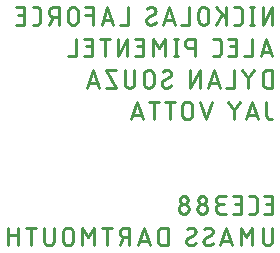
<source format=gbo>
G04 EAGLE Gerber RS-274X export*
G75*
%MOMM*%
%FSLAX34Y34*%
%LPD*%
%INSilkscreen Bottom*%
%IPPOS*%
%AMOC8*
5,1,8,0,0,1.08239X$1,22.5*%
G01*
%ADD10C,0.279400*%


D10*
X747903Y467487D02*
X747903Y482473D01*
X739577Y467487D01*
X739577Y482473D01*
X730714Y482473D02*
X730714Y467487D01*
X732379Y467487D02*
X729049Y467487D01*
X729049Y482473D02*
X732379Y482473D01*
X719101Y467487D02*
X715771Y467487D01*
X719101Y467487D02*
X719215Y467489D01*
X719328Y467495D01*
X719442Y467504D01*
X719554Y467518D01*
X719667Y467535D01*
X719779Y467557D01*
X719889Y467582D01*
X719999Y467610D01*
X720108Y467643D01*
X720216Y467679D01*
X720323Y467719D01*
X720428Y467763D01*
X720531Y467810D01*
X720633Y467860D01*
X720733Y467914D01*
X720831Y467972D01*
X720927Y468033D01*
X721021Y468096D01*
X721113Y468164D01*
X721203Y468234D01*
X721289Y468307D01*
X721374Y468383D01*
X721456Y468462D01*
X721535Y468544D01*
X721611Y468629D01*
X721684Y468715D01*
X721754Y468805D01*
X721822Y468897D01*
X721885Y468991D01*
X721946Y469087D01*
X722004Y469185D01*
X722058Y469285D01*
X722108Y469387D01*
X722155Y469490D01*
X722199Y469595D01*
X722239Y469702D01*
X722275Y469810D01*
X722308Y469919D01*
X722336Y470029D01*
X722361Y470140D01*
X722383Y470251D01*
X722400Y470364D01*
X722414Y470476D01*
X722423Y470590D01*
X722429Y470703D01*
X722431Y470817D01*
X722432Y470817D02*
X722432Y479143D01*
X722431Y479143D02*
X722429Y479257D01*
X722423Y479370D01*
X722414Y479484D01*
X722400Y479596D01*
X722383Y479709D01*
X722361Y479821D01*
X722336Y479931D01*
X722308Y480041D01*
X722275Y480150D01*
X722239Y480258D01*
X722199Y480365D01*
X722155Y480470D01*
X722108Y480573D01*
X722058Y480675D01*
X722004Y480775D01*
X721946Y480873D01*
X721885Y480969D01*
X721822Y481063D01*
X721754Y481155D01*
X721684Y481245D01*
X721611Y481331D01*
X721535Y481416D01*
X721456Y481498D01*
X721374Y481577D01*
X721290Y481653D01*
X721203Y481726D01*
X721113Y481796D01*
X721021Y481863D01*
X720927Y481927D01*
X720831Y481988D01*
X720733Y482046D01*
X720633Y482100D01*
X720531Y482150D01*
X720428Y482197D01*
X720323Y482241D01*
X720216Y482281D01*
X720108Y482317D01*
X719999Y482350D01*
X719889Y482378D01*
X719779Y482403D01*
X719667Y482425D01*
X719554Y482442D01*
X719442Y482456D01*
X719328Y482465D01*
X719215Y482471D01*
X719101Y482473D01*
X715771Y482473D01*
X708507Y482473D02*
X708507Y467487D01*
X708507Y473315D02*
X700181Y482473D01*
X705177Y476645D02*
X700181Y467487D01*
X693715Y471650D02*
X693715Y478310D01*
X693713Y478438D01*
X693707Y478566D01*
X693697Y478694D01*
X693683Y478822D01*
X693666Y478949D01*
X693644Y479075D01*
X693619Y479201D01*
X693589Y479325D01*
X693556Y479449D01*
X693519Y479572D01*
X693478Y479694D01*
X693434Y479814D01*
X693386Y479933D01*
X693334Y480050D01*
X693279Y480166D01*
X693220Y480279D01*
X693157Y480392D01*
X693091Y480502D01*
X693022Y480609D01*
X692950Y480715D01*
X692874Y480819D01*
X692795Y480920D01*
X692713Y481019D01*
X692628Y481115D01*
X692541Y481208D01*
X692450Y481299D01*
X692357Y481386D01*
X692261Y481471D01*
X692162Y481553D01*
X692061Y481632D01*
X691957Y481708D01*
X691851Y481780D01*
X691744Y481849D01*
X691634Y481915D01*
X691521Y481978D01*
X691408Y482037D01*
X691292Y482092D01*
X691175Y482144D01*
X691056Y482192D01*
X690936Y482236D01*
X690814Y482277D01*
X690691Y482314D01*
X690567Y482347D01*
X690443Y482377D01*
X690317Y482402D01*
X690191Y482424D01*
X690064Y482441D01*
X689936Y482455D01*
X689808Y482465D01*
X689680Y482471D01*
X689552Y482473D01*
X689424Y482471D01*
X689296Y482465D01*
X689168Y482455D01*
X689040Y482441D01*
X688913Y482424D01*
X688787Y482402D01*
X688661Y482377D01*
X688537Y482347D01*
X688413Y482314D01*
X688290Y482277D01*
X688168Y482236D01*
X688048Y482192D01*
X687929Y482144D01*
X687812Y482092D01*
X687696Y482037D01*
X687583Y481978D01*
X687471Y481915D01*
X687360Y481849D01*
X687253Y481780D01*
X687147Y481708D01*
X687043Y481632D01*
X686942Y481553D01*
X686843Y481471D01*
X686747Y481386D01*
X686654Y481299D01*
X686563Y481208D01*
X686476Y481115D01*
X686391Y481019D01*
X686309Y480920D01*
X686230Y480819D01*
X686154Y480715D01*
X686082Y480609D01*
X686013Y480502D01*
X685947Y480392D01*
X685884Y480279D01*
X685825Y480166D01*
X685770Y480050D01*
X685718Y479933D01*
X685670Y479814D01*
X685626Y479694D01*
X685585Y479572D01*
X685548Y479449D01*
X685515Y479325D01*
X685485Y479201D01*
X685460Y479075D01*
X685438Y478949D01*
X685421Y478822D01*
X685407Y478694D01*
X685397Y478566D01*
X685391Y478438D01*
X685389Y478310D01*
X685389Y471650D01*
X685391Y471522D01*
X685397Y471394D01*
X685407Y471266D01*
X685421Y471138D01*
X685438Y471011D01*
X685460Y470885D01*
X685485Y470759D01*
X685515Y470635D01*
X685548Y470511D01*
X685585Y470388D01*
X685626Y470266D01*
X685670Y470146D01*
X685718Y470027D01*
X685770Y469910D01*
X685825Y469794D01*
X685884Y469681D01*
X685947Y469569D01*
X686013Y469458D01*
X686082Y469351D01*
X686154Y469245D01*
X686230Y469141D01*
X686309Y469040D01*
X686391Y468941D01*
X686476Y468845D01*
X686563Y468752D01*
X686654Y468661D01*
X686747Y468574D01*
X686843Y468489D01*
X686942Y468407D01*
X687043Y468328D01*
X687147Y468252D01*
X687253Y468180D01*
X687360Y468111D01*
X687471Y468045D01*
X687583Y467982D01*
X687696Y467923D01*
X687812Y467868D01*
X687929Y467816D01*
X688048Y467768D01*
X688168Y467724D01*
X688290Y467683D01*
X688413Y467646D01*
X688537Y467613D01*
X688661Y467583D01*
X688787Y467558D01*
X688913Y467536D01*
X689040Y467519D01*
X689168Y467505D01*
X689296Y467495D01*
X689424Y467489D01*
X689552Y467487D01*
X689680Y467489D01*
X689808Y467495D01*
X689936Y467505D01*
X690064Y467519D01*
X690191Y467536D01*
X690317Y467558D01*
X690443Y467583D01*
X690567Y467613D01*
X690691Y467646D01*
X690814Y467683D01*
X690936Y467724D01*
X691056Y467768D01*
X691175Y467816D01*
X691292Y467868D01*
X691408Y467923D01*
X691521Y467982D01*
X691634Y468045D01*
X691744Y468111D01*
X691851Y468180D01*
X691957Y468252D01*
X692061Y468328D01*
X692162Y468407D01*
X692261Y468489D01*
X692357Y468574D01*
X692450Y468661D01*
X692541Y468752D01*
X692628Y468845D01*
X692713Y468941D01*
X692795Y469040D01*
X692874Y469141D01*
X692950Y469245D01*
X693022Y469351D01*
X693091Y469458D01*
X693157Y469569D01*
X693220Y469681D01*
X693279Y469794D01*
X693334Y469910D01*
X693386Y470027D01*
X693434Y470146D01*
X693478Y470266D01*
X693519Y470388D01*
X693556Y470511D01*
X693589Y470635D01*
X693619Y470759D01*
X693644Y470885D01*
X693666Y471011D01*
X693683Y471138D01*
X693697Y471266D01*
X693707Y471394D01*
X693713Y471522D01*
X693715Y471650D01*
X677518Y467487D02*
X677518Y482473D01*
X677518Y467487D02*
X670857Y467487D01*
X665369Y467487D02*
X660374Y482473D01*
X655378Y467487D01*
X656627Y471234D02*
X664120Y471234D01*
X644431Y467487D02*
X644317Y467489D01*
X644204Y467495D01*
X644090Y467504D01*
X643978Y467518D01*
X643865Y467535D01*
X643753Y467557D01*
X643643Y467582D01*
X643533Y467610D01*
X643424Y467643D01*
X643316Y467679D01*
X643209Y467719D01*
X643104Y467763D01*
X643001Y467810D01*
X642899Y467860D01*
X642799Y467914D01*
X642701Y467972D01*
X642605Y468033D01*
X642511Y468096D01*
X642419Y468164D01*
X642329Y468234D01*
X642243Y468307D01*
X642158Y468383D01*
X642076Y468462D01*
X641997Y468544D01*
X641921Y468629D01*
X641848Y468715D01*
X641778Y468805D01*
X641710Y468897D01*
X641647Y468991D01*
X641586Y469087D01*
X641528Y469185D01*
X641474Y469285D01*
X641424Y469387D01*
X641377Y469490D01*
X641333Y469595D01*
X641293Y469702D01*
X641257Y469810D01*
X641224Y469919D01*
X641196Y470029D01*
X641171Y470139D01*
X641149Y470251D01*
X641132Y470364D01*
X641118Y470476D01*
X641109Y470590D01*
X641103Y470703D01*
X641101Y470817D01*
X644431Y467487D02*
X644599Y467489D01*
X644768Y467495D01*
X644936Y467505D01*
X645103Y467519D01*
X645271Y467537D01*
X645437Y467559D01*
X645604Y467585D01*
X645769Y467615D01*
X645934Y467649D01*
X646098Y467687D01*
X646261Y467729D01*
X646423Y467775D01*
X646584Y467825D01*
X646744Y467878D01*
X646902Y467935D01*
X647059Y467996D01*
X647214Y468061D01*
X647368Y468129D01*
X647520Y468202D01*
X647670Y468277D01*
X647819Y468357D01*
X647965Y468439D01*
X648110Y468526D01*
X648252Y468615D01*
X648393Y468708D01*
X648531Y468805D01*
X648666Y468905D01*
X648799Y469008D01*
X648930Y469114D01*
X649058Y469223D01*
X649184Y469335D01*
X649306Y469450D01*
X649426Y469568D01*
X649010Y479143D02*
X649008Y479257D01*
X649002Y479370D01*
X648993Y479484D01*
X648979Y479596D01*
X648962Y479709D01*
X648940Y479821D01*
X648915Y479931D01*
X648887Y480041D01*
X648854Y480150D01*
X648818Y480258D01*
X648778Y480365D01*
X648734Y480470D01*
X648687Y480573D01*
X648637Y480675D01*
X648583Y480775D01*
X648525Y480873D01*
X648464Y480969D01*
X648401Y481063D01*
X648333Y481155D01*
X648263Y481245D01*
X648190Y481331D01*
X648114Y481416D01*
X648035Y481498D01*
X647953Y481577D01*
X647868Y481653D01*
X647782Y481726D01*
X647692Y481796D01*
X647600Y481864D01*
X647506Y481927D01*
X647410Y481988D01*
X647312Y482046D01*
X647212Y482100D01*
X647110Y482150D01*
X647007Y482197D01*
X646902Y482241D01*
X646795Y482281D01*
X646687Y482317D01*
X646578Y482350D01*
X646468Y482378D01*
X646358Y482403D01*
X646246Y482425D01*
X646133Y482442D01*
X646021Y482456D01*
X645907Y482465D01*
X645794Y482471D01*
X645680Y482473D01*
X645525Y482471D01*
X645371Y482465D01*
X645217Y482456D01*
X645063Y482442D01*
X644909Y482425D01*
X644756Y482404D01*
X644604Y482380D01*
X644452Y482351D01*
X644301Y482319D01*
X644150Y482283D01*
X644001Y482243D01*
X643853Y482200D01*
X643705Y482153D01*
X643559Y482102D01*
X643415Y482048D01*
X643271Y481990D01*
X643130Y481928D01*
X642989Y481864D01*
X642851Y481795D01*
X642714Y481724D01*
X642579Y481648D01*
X642446Y481570D01*
X642314Y481488D01*
X642185Y481403D01*
X642058Y481315D01*
X641934Y481224D01*
X647345Y476229D02*
X647442Y476288D01*
X647536Y476351D01*
X647629Y476416D01*
X647719Y476485D01*
X647807Y476556D01*
X647892Y476631D01*
X647975Y476708D01*
X648055Y476788D01*
X648133Y476870D01*
X648207Y476956D01*
X648279Y477043D01*
X648348Y477133D01*
X648414Y477225D01*
X648476Y477320D01*
X648536Y477416D01*
X648592Y477514D01*
X648645Y477615D01*
X648694Y477717D01*
X648740Y477820D01*
X648783Y477925D01*
X648822Y478031D01*
X648858Y478139D01*
X648889Y478248D01*
X648917Y478357D01*
X648942Y478468D01*
X648963Y478579D01*
X648980Y478691D01*
X648993Y478804D01*
X649002Y478917D01*
X649008Y479030D01*
X649010Y479143D01*
X642766Y473731D02*
X642669Y473672D01*
X642575Y473609D01*
X642482Y473544D01*
X642392Y473475D01*
X642304Y473404D01*
X642219Y473329D01*
X642136Y473252D01*
X642056Y473172D01*
X641978Y473090D01*
X641904Y473004D01*
X641832Y472917D01*
X641763Y472827D01*
X641697Y472735D01*
X641635Y472640D01*
X641575Y472544D01*
X641519Y472446D01*
X641466Y472345D01*
X641417Y472243D01*
X641371Y472140D01*
X641328Y472035D01*
X641289Y471929D01*
X641253Y471821D01*
X641222Y471712D01*
X641194Y471603D01*
X641169Y471492D01*
X641148Y471381D01*
X641131Y471269D01*
X641118Y471156D01*
X641109Y471043D01*
X641103Y470930D01*
X641101Y470817D01*
X642766Y473731D02*
X647345Y476229D01*
X625413Y482473D02*
X625413Y467487D01*
X618753Y467487D01*
X613265Y467487D02*
X608270Y482473D01*
X603274Y467487D01*
X604523Y471234D02*
X612016Y471234D01*
X596235Y467487D02*
X596235Y482473D01*
X589575Y482473D01*
X589575Y475813D02*
X596235Y475813D01*
X583254Y478310D02*
X583254Y471650D01*
X583254Y478310D02*
X583252Y478438D01*
X583246Y478566D01*
X583236Y478694D01*
X583222Y478822D01*
X583205Y478949D01*
X583183Y479075D01*
X583158Y479201D01*
X583128Y479325D01*
X583095Y479449D01*
X583058Y479572D01*
X583017Y479694D01*
X582973Y479814D01*
X582925Y479933D01*
X582873Y480050D01*
X582818Y480166D01*
X582759Y480279D01*
X582696Y480392D01*
X582630Y480502D01*
X582561Y480609D01*
X582489Y480715D01*
X582413Y480819D01*
X582334Y480920D01*
X582252Y481019D01*
X582167Y481115D01*
X582080Y481208D01*
X581989Y481299D01*
X581896Y481386D01*
X581800Y481471D01*
X581701Y481553D01*
X581600Y481632D01*
X581496Y481708D01*
X581390Y481780D01*
X581283Y481849D01*
X581173Y481915D01*
X581060Y481978D01*
X580947Y482037D01*
X580831Y482092D01*
X580714Y482144D01*
X580595Y482192D01*
X580475Y482236D01*
X580353Y482277D01*
X580230Y482314D01*
X580106Y482347D01*
X579982Y482377D01*
X579856Y482402D01*
X579730Y482424D01*
X579603Y482441D01*
X579475Y482455D01*
X579347Y482465D01*
X579219Y482471D01*
X579091Y482473D01*
X578963Y482471D01*
X578835Y482465D01*
X578707Y482455D01*
X578579Y482441D01*
X578452Y482424D01*
X578326Y482402D01*
X578200Y482377D01*
X578076Y482347D01*
X577952Y482314D01*
X577829Y482277D01*
X577707Y482236D01*
X577587Y482192D01*
X577468Y482144D01*
X577351Y482092D01*
X577235Y482037D01*
X577122Y481978D01*
X577010Y481915D01*
X576899Y481849D01*
X576792Y481780D01*
X576686Y481708D01*
X576582Y481632D01*
X576481Y481553D01*
X576382Y481471D01*
X576286Y481386D01*
X576193Y481299D01*
X576102Y481208D01*
X576015Y481115D01*
X575930Y481019D01*
X575848Y480920D01*
X575769Y480819D01*
X575693Y480715D01*
X575621Y480609D01*
X575552Y480502D01*
X575486Y480392D01*
X575423Y480279D01*
X575364Y480166D01*
X575309Y480050D01*
X575257Y479933D01*
X575209Y479814D01*
X575165Y479694D01*
X575124Y479572D01*
X575087Y479449D01*
X575054Y479325D01*
X575024Y479201D01*
X574999Y479075D01*
X574977Y478949D01*
X574960Y478822D01*
X574946Y478694D01*
X574936Y478566D01*
X574930Y478438D01*
X574928Y478310D01*
X574929Y478310D02*
X574929Y471650D01*
X574928Y471650D02*
X574930Y471522D01*
X574936Y471394D01*
X574946Y471266D01*
X574960Y471138D01*
X574977Y471011D01*
X574999Y470885D01*
X575024Y470759D01*
X575054Y470635D01*
X575087Y470511D01*
X575124Y470388D01*
X575165Y470266D01*
X575209Y470146D01*
X575257Y470027D01*
X575309Y469910D01*
X575364Y469794D01*
X575423Y469681D01*
X575486Y469569D01*
X575552Y469458D01*
X575621Y469351D01*
X575693Y469245D01*
X575769Y469141D01*
X575848Y469040D01*
X575930Y468941D01*
X576015Y468845D01*
X576102Y468752D01*
X576193Y468661D01*
X576286Y468574D01*
X576382Y468489D01*
X576481Y468407D01*
X576582Y468328D01*
X576686Y468252D01*
X576792Y468180D01*
X576899Y468111D01*
X577010Y468045D01*
X577122Y467982D01*
X577235Y467923D01*
X577351Y467868D01*
X577468Y467816D01*
X577587Y467768D01*
X577707Y467724D01*
X577829Y467683D01*
X577952Y467646D01*
X578076Y467613D01*
X578200Y467583D01*
X578326Y467558D01*
X578452Y467536D01*
X578579Y467519D01*
X578707Y467505D01*
X578835Y467495D01*
X578963Y467489D01*
X579091Y467487D01*
X579219Y467489D01*
X579347Y467495D01*
X579475Y467505D01*
X579603Y467519D01*
X579730Y467536D01*
X579856Y467558D01*
X579982Y467583D01*
X580106Y467613D01*
X580230Y467646D01*
X580353Y467683D01*
X580475Y467724D01*
X580595Y467768D01*
X580714Y467816D01*
X580831Y467868D01*
X580947Y467923D01*
X581060Y467982D01*
X581173Y468045D01*
X581283Y468111D01*
X581390Y468180D01*
X581496Y468252D01*
X581600Y468328D01*
X581701Y468407D01*
X581800Y468489D01*
X581896Y468574D01*
X581989Y468661D01*
X582080Y468752D01*
X582167Y468845D01*
X582252Y468941D01*
X582334Y469040D01*
X582413Y469141D01*
X582489Y469245D01*
X582561Y469351D01*
X582630Y469458D01*
X582696Y469569D01*
X582759Y469681D01*
X582818Y469794D01*
X582873Y469910D01*
X582925Y470027D01*
X582973Y470146D01*
X583017Y470266D01*
X583058Y470388D01*
X583095Y470511D01*
X583128Y470635D01*
X583158Y470759D01*
X583183Y470885D01*
X583205Y471011D01*
X583222Y471138D01*
X583236Y471266D01*
X583246Y471394D01*
X583252Y471522D01*
X583254Y471650D01*
X566964Y467487D02*
X566964Y482473D01*
X562801Y482473D01*
X562673Y482471D01*
X562545Y482465D01*
X562417Y482455D01*
X562289Y482441D01*
X562162Y482424D01*
X562036Y482402D01*
X561910Y482377D01*
X561786Y482347D01*
X561662Y482314D01*
X561539Y482277D01*
X561417Y482236D01*
X561297Y482192D01*
X561178Y482144D01*
X561061Y482092D01*
X560945Y482037D01*
X560832Y481978D01*
X560720Y481915D01*
X560609Y481849D01*
X560502Y481780D01*
X560396Y481708D01*
X560292Y481632D01*
X560191Y481553D01*
X560092Y481471D01*
X559996Y481386D01*
X559903Y481299D01*
X559812Y481208D01*
X559725Y481115D01*
X559640Y481019D01*
X559558Y480920D01*
X559479Y480819D01*
X559403Y480715D01*
X559331Y480609D01*
X559262Y480502D01*
X559196Y480392D01*
X559133Y480279D01*
X559074Y480166D01*
X559019Y480050D01*
X558967Y479933D01*
X558919Y479814D01*
X558875Y479694D01*
X558834Y479572D01*
X558797Y479449D01*
X558764Y479325D01*
X558734Y479201D01*
X558709Y479075D01*
X558687Y478949D01*
X558670Y478822D01*
X558656Y478694D01*
X558646Y478566D01*
X558640Y478438D01*
X558638Y478310D01*
X558640Y478182D01*
X558646Y478054D01*
X558656Y477926D01*
X558670Y477798D01*
X558687Y477671D01*
X558709Y477545D01*
X558734Y477419D01*
X558764Y477295D01*
X558797Y477171D01*
X558834Y477048D01*
X558875Y476926D01*
X558919Y476806D01*
X558967Y476687D01*
X559019Y476570D01*
X559074Y476454D01*
X559133Y476341D01*
X559196Y476229D01*
X559262Y476118D01*
X559331Y476011D01*
X559403Y475905D01*
X559479Y475801D01*
X559558Y475700D01*
X559640Y475601D01*
X559725Y475505D01*
X559812Y475412D01*
X559903Y475321D01*
X559996Y475234D01*
X560092Y475149D01*
X560191Y475067D01*
X560292Y474988D01*
X560396Y474912D01*
X560502Y474840D01*
X560609Y474771D01*
X560720Y474705D01*
X560832Y474642D01*
X560945Y474583D01*
X561061Y474528D01*
X561178Y474476D01*
X561297Y474428D01*
X561417Y474384D01*
X561539Y474343D01*
X561662Y474306D01*
X561786Y474273D01*
X561910Y474243D01*
X562036Y474218D01*
X562162Y474196D01*
X562289Y474179D01*
X562417Y474165D01*
X562545Y474155D01*
X562673Y474149D01*
X562801Y474147D01*
X566964Y474147D01*
X561968Y474147D02*
X558638Y467487D01*
X548200Y467487D02*
X544870Y467487D01*
X548200Y467487D02*
X548314Y467489D01*
X548427Y467495D01*
X548541Y467504D01*
X548653Y467518D01*
X548766Y467535D01*
X548878Y467557D01*
X548988Y467582D01*
X549098Y467610D01*
X549207Y467643D01*
X549315Y467679D01*
X549422Y467719D01*
X549527Y467763D01*
X549630Y467810D01*
X549732Y467860D01*
X549832Y467914D01*
X549930Y467972D01*
X550026Y468033D01*
X550120Y468096D01*
X550212Y468164D01*
X550302Y468234D01*
X550388Y468307D01*
X550473Y468383D01*
X550555Y468462D01*
X550634Y468544D01*
X550710Y468629D01*
X550783Y468715D01*
X550853Y468805D01*
X550921Y468897D01*
X550984Y468991D01*
X551045Y469087D01*
X551103Y469185D01*
X551157Y469285D01*
X551207Y469387D01*
X551254Y469490D01*
X551298Y469595D01*
X551338Y469702D01*
X551374Y469810D01*
X551407Y469919D01*
X551435Y470029D01*
X551460Y470140D01*
X551482Y470251D01*
X551499Y470364D01*
X551513Y470476D01*
X551522Y470590D01*
X551528Y470703D01*
X551530Y470817D01*
X551530Y479143D01*
X551528Y479257D01*
X551522Y479370D01*
X551513Y479484D01*
X551499Y479596D01*
X551482Y479709D01*
X551460Y479821D01*
X551435Y479931D01*
X551407Y480041D01*
X551374Y480150D01*
X551338Y480258D01*
X551298Y480365D01*
X551254Y480470D01*
X551207Y480573D01*
X551157Y480675D01*
X551103Y480775D01*
X551045Y480873D01*
X550984Y480969D01*
X550921Y481063D01*
X550853Y481155D01*
X550783Y481245D01*
X550710Y481331D01*
X550634Y481416D01*
X550555Y481498D01*
X550473Y481577D01*
X550389Y481653D01*
X550302Y481726D01*
X550212Y481796D01*
X550120Y481863D01*
X550026Y481927D01*
X549930Y481988D01*
X549832Y482046D01*
X549732Y482100D01*
X549630Y482150D01*
X549527Y482197D01*
X549422Y482241D01*
X549315Y482281D01*
X549207Y482317D01*
X549098Y482350D01*
X548988Y482378D01*
X548878Y482403D01*
X548766Y482425D01*
X548653Y482442D01*
X548541Y482456D01*
X548427Y482465D01*
X548314Y482471D01*
X548200Y482473D01*
X544870Y482473D01*
X537879Y467487D02*
X531218Y467487D01*
X537879Y467487D02*
X537879Y482473D01*
X531218Y482473D01*
X532883Y475813D02*
X537879Y475813D01*
X742908Y455803D02*
X747903Y440817D01*
X737912Y440817D02*
X742908Y455803D01*
X746654Y444564D02*
X739161Y444564D01*
X730873Y440817D02*
X730873Y455803D01*
X730873Y440817D02*
X724213Y440817D01*
X717326Y440817D02*
X710666Y440817D01*
X717326Y440817D02*
X717326Y455803D01*
X710666Y455803D01*
X712331Y449143D02*
X717326Y449143D01*
X701074Y440817D02*
X697744Y440817D01*
X701074Y440817D02*
X701188Y440819D01*
X701301Y440825D01*
X701415Y440834D01*
X701527Y440848D01*
X701640Y440865D01*
X701752Y440887D01*
X701862Y440912D01*
X701972Y440940D01*
X702081Y440973D01*
X702189Y441009D01*
X702296Y441049D01*
X702401Y441093D01*
X702504Y441140D01*
X702606Y441190D01*
X702706Y441244D01*
X702804Y441302D01*
X702900Y441363D01*
X702994Y441426D01*
X703086Y441494D01*
X703176Y441564D01*
X703262Y441637D01*
X703347Y441713D01*
X703429Y441792D01*
X703508Y441874D01*
X703584Y441959D01*
X703657Y442045D01*
X703727Y442135D01*
X703795Y442227D01*
X703858Y442321D01*
X703919Y442417D01*
X703977Y442515D01*
X704031Y442615D01*
X704081Y442717D01*
X704128Y442820D01*
X704172Y442925D01*
X704212Y443032D01*
X704248Y443140D01*
X704281Y443249D01*
X704309Y443359D01*
X704334Y443470D01*
X704356Y443581D01*
X704373Y443694D01*
X704387Y443806D01*
X704396Y443920D01*
X704402Y444033D01*
X704404Y444147D01*
X704405Y444147D02*
X704405Y452473D01*
X704404Y452473D02*
X704402Y452587D01*
X704396Y452700D01*
X704387Y452814D01*
X704373Y452926D01*
X704356Y453039D01*
X704334Y453151D01*
X704309Y453261D01*
X704281Y453371D01*
X704248Y453480D01*
X704212Y453588D01*
X704172Y453695D01*
X704128Y453800D01*
X704081Y453903D01*
X704031Y454005D01*
X703977Y454105D01*
X703919Y454203D01*
X703858Y454299D01*
X703795Y454393D01*
X703727Y454485D01*
X703657Y454575D01*
X703584Y454661D01*
X703508Y454746D01*
X703429Y454828D01*
X703347Y454907D01*
X703263Y454983D01*
X703176Y455056D01*
X703086Y455126D01*
X702994Y455193D01*
X702900Y455257D01*
X702804Y455318D01*
X702706Y455376D01*
X702606Y455430D01*
X702504Y455480D01*
X702401Y455527D01*
X702296Y455571D01*
X702189Y455611D01*
X702081Y455647D01*
X701972Y455680D01*
X701862Y455708D01*
X701752Y455733D01*
X701640Y455755D01*
X701527Y455772D01*
X701415Y455786D01*
X701301Y455795D01*
X701188Y455801D01*
X701074Y455803D01*
X697744Y455803D01*
X682143Y455803D02*
X682143Y440817D01*
X682143Y455803D02*
X677981Y455803D01*
X677853Y455801D01*
X677725Y455795D01*
X677597Y455785D01*
X677469Y455771D01*
X677342Y455754D01*
X677216Y455732D01*
X677090Y455707D01*
X676966Y455677D01*
X676842Y455644D01*
X676719Y455607D01*
X676597Y455566D01*
X676477Y455522D01*
X676358Y455474D01*
X676241Y455422D01*
X676125Y455367D01*
X676012Y455308D01*
X675900Y455245D01*
X675789Y455179D01*
X675682Y455110D01*
X675576Y455038D01*
X675472Y454962D01*
X675371Y454883D01*
X675272Y454801D01*
X675176Y454716D01*
X675083Y454629D01*
X674992Y454538D01*
X674905Y454445D01*
X674820Y454349D01*
X674738Y454250D01*
X674659Y454149D01*
X674583Y454045D01*
X674511Y453939D01*
X674442Y453832D01*
X674376Y453722D01*
X674313Y453609D01*
X674254Y453496D01*
X674199Y453380D01*
X674147Y453263D01*
X674099Y453144D01*
X674055Y453024D01*
X674014Y452902D01*
X673977Y452779D01*
X673944Y452655D01*
X673914Y452531D01*
X673889Y452405D01*
X673867Y452279D01*
X673850Y452152D01*
X673836Y452024D01*
X673826Y451896D01*
X673820Y451768D01*
X673818Y451640D01*
X673820Y451512D01*
X673826Y451384D01*
X673836Y451256D01*
X673850Y451128D01*
X673867Y451001D01*
X673889Y450875D01*
X673914Y450749D01*
X673944Y450625D01*
X673977Y450501D01*
X674014Y450378D01*
X674055Y450256D01*
X674099Y450136D01*
X674147Y450017D01*
X674199Y449900D01*
X674254Y449784D01*
X674313Y449671D01*
X674376Y449559D01*
X674442Y449448D01*
X674511Y449341D01*
X674583Y449235D01*
X674659Y449131D01*
X674738Y449030D01*
X674820Y448931D01*
X674905Y448835D01*
X674992Y448742D01*
X675083Y448651D01*
X675176Y448564D01*
X675272Y448479D01*
X675371Y448397D01*
X675472Y448318D01*
X675576Y448242D01*
X675682Y448170D01*
X675789Y448101D01*
X675900Y448035D01*
X676012Y447972D01*
X676125Y447913D01*
X676241Y447858D01*
X676358Y447806D01*
X676477Y447758D01*
X676597Y447714D01*
X676719Y447673D01*
X676842Y447636D01*
X676966Y447603D01*
X677090Y447573D01*
X677216Y447548D01*
X677342Y447526D01*
X677469Y447509D01*
X677597Y447495D01*
X677725Y447485D01*
X677853Y447479D01*
X677981Y447477D01*
X682143Y447477D01*
X666315Y440817D02*
X666315Y455803D01*
X667980Y440817D02*
X664650Y440817D01*
X664650Y455803D02*
X667980Y455803D01*
X657242Y455803D02*
X657242Y440817D01*
X652247Y447477D02*
X657242Y455803D01*
X652247Y447477D02*
X647251Y455803D01*
X647251Y440817D01*
X638649Y440817D02*
X631989Y440817D01*
X638649Y440817D02*
X638649Y455803D01*
X631989Y455803D01*
X633654Y449143D02*
X638649Y449143D01*
X625147Y455803D02*
X625147Y440817D01*
X616821Y440817D02*
X625147Y455803D01*
X616821Y455803D02*
X616821Y440817D01*
X605874Y440817D02*
X605874Y455803D01*
X610037Y455803D02*
X601711Y455803D01*
X594882Y440817D02*
X588221Y440817D01*
X594882Y440817D02*
X594882Y455803D01*
X588221Y455803D01*
X589886Y449143D02*
X594882Y449143D01*
X581334Y455803D02*
X581334Y440817D01*
X574674Y440817D01*
X747903Y429133D02*
X747903Y414147D01*
X747903Y429133D02*
X743740Y429133D01*
X743612Y429131D01*
X743484Y429125D01*
X743356Y429115D01*
X743228Y429101D01*
X743101Y429084D01*
X742975Y429062D01*
X742849Y429037D01*
X742725Y429007D01*
X742601Y428974D01*
X742478Y428937D01*
X742356Y428896D01*
X742236Y428852D01*
X742117Y428804D01*
X742000Y428752D01*
X741884Y428697D01*
X741771Y428638D01*
X741659Y428575D01*
X741548Y428509D01*
X741441Y428440D01*
X741335Y428368D01*
X741231Y428292D01*
X741130Y428213D01*
X741031Y428131D01*
X740935Y428047D01*
X740842Y427959D01*
X740751Y427868D01*
X740664Y427775D01*
X740579Y427679D01*
X740497Y427580D01*
X740418Y427479D01*
X740342Y427375D01*
X740270Y427270D01*
X740201Y427162D01*
X740135Y427052D01*
X740072Y426940D01*
X740013Y426826D01*
X739958Y426710D01*
X739906Y426593D01*
X739858Y426474D01*
X739814Y426354D01*
X739773Y426232D01*
X739736Y426109D01*
X739703Y425985D01*
X739673Y425861D01*
X739648Y425735D01*
X739626Y425609D01*
X739609Y425482D01*
X739595Y425354D01*
X739585Y425226D01*
X739579Y425098D01*
X739577Y424970D01*
X739577Y418310D01*
X739579Y418182D01*
X739585Y418054D01*
X739595Y417926D01*
X739609Y417798D01*
X739626Y417671D01*
X739648Y417545D01*
X739673Y417419D01*
X739703Y417295D01*
X739736Y417171D01*
X739773Y417048D01*
X739814Y416926D01*
X739858Y416806D01*
X739906Y416687D01*
X739958Y416570D01*
X740013Y416454D01*
X740072Y416341D01*
X740135Y416228D01*
X740201Y416118D01*
X740270Y416010D01*
X740342Y415905D01*
X740418Y415801D01*
X740497Y415700D01*
X740579Y415601D01*
X740664Y415505D01*
X740751Y415412D01*
X740842Y415321D01*
X740935Y415233D01*
X741031Y415149D01*
X741130Y415067D01*
X741231Y414988D01*
X741335Y414912D01*
X741441Y414840D01*
X741548Y414771D01*
X741659Y414705D01*
X741771Y414642D01*
X741884Y414583D01*
X742000Y414528D01*
X742117Y414476D01*
X742236Y414428D01*
X742356Y414384D01*
X742478Y414343D01*
X742601Y414306D01*
X742725Y414273D01*
X742849Y414243D01*
X742975Y414218D01*
X743101Y414196D01*
X743228Y414179D01*
X743356Y414165D01*
X743484Y414155D01*
X743612Y414149D01*
X743740Y414147D01*
X747903Y414147D01*
X732583Y429133D02*
X727588Y422056D01*
X722593Y429133D01*
X727588Y422056D02*
X727588Y414147D01*
X715554Y414147D02*
X715554Y429133D01*
X715554Y414147D02*
X708893Y414147D01*
X703405Y414147D02*
X698410Y429133D01*
X693414Y414147D01*
X694663Y417894D02*
X702156Y417894D01*
X686420Y414147D02*
X686420Y429133D01*
X678095Y414147D01*
X678095Y429133D01*
X657457Y414147D02*
X657343Y414149D01*
X657230Y414155D01*
X657116Y414164D01*
X657004Y414178D01*
X656891Y414195D01*
X656779Y414217D01*
X656669Y414242D01*
X656559Y414270D01*
X656450Y414303D01*
X656342Y414339D01*
X656235Y414379D01*
X656130Y414423D01*
X656027Y414470D01*
X655925Y414520D01*
X655825Y414574D01*
X655727Y414632D01*
X655631Y414693D01*
X655537Y414756D01*
X655445Y414824D01*
X655355Y414894D01*
X655269Y414967D01*
X655184Y415043D01*
X655102Y415122D01*
X655023Y415204D01*
X654947Y415289D01*
X654874Y415375D01*
X654804Y415465D01*
X654736Y415557D01*
X654673Y415651D01*
X654612Y415747D01*
X654554Y415845D01*
X654500Y415945D01*
X654450Y416047D01*
X654403Y416150D01*
X654359Y416255D01*
X654319Y416362D01*
X654283Y416470D01*
X654250Y416579D01*
X654222Y416689D01*
X654197Y416799D01*
X654175Y416911D01*
X654158Y417024D01*
X654144Y417136D01*
X654135Y417250D01*
X654129Y417363D01*
X654127Y417477D01*
X657457Y414147D02*
X657625Y414149D01*
X657794Y414155D01*
X657962Y414165D01*
X658129Y414179D01*
X658297Y414197D01*
X658463Y414219D01*
X658630Y414245D01*
X658795Y414275D01*
X658960Y414309D01*
X659124Y414347D01*
X659287Y414389D01*
X659449Y414435D01*
X659610Y414485D01*
X659770Y414538D01*
X659928Y414595D01*
X660085Y414656D01*
X660240Y414721D01*
X660394Y414789D01*
X660546Y414862D01*
X660696Y414937D01*
X660845Y415017D01*
X660991Y415099D01*
X661136Y415186D01*
X661278Y415275D01*
X661419Y415368D01*
X661557Y415465D01*
X661692Y415565D01*
X661825Y415668D01*
X661956Y415774D01*
X662084Y415883D01*
X662210Y415995D01*
X662332Y416110D01*
X662452Y416228D01*
X662036Y425803D02*
X662034Y425917D01*
X662028Y426030D01*
X662019Y426144D01*
X662005Y426256D01*
X661988Y426369D01*
X661966Y426481D01*
X661941Y426591D01*
X661913Y426701D01*
X661880Y426810D01*
X661844Y426918D01*
X661804Y427025D01*
X661760Y427130D01*
X661713Y427233D01*
X661663Y427335D01*
X661609Y427435D01*
X661551Y427533D01*
X661490Y427629D01*
X661427Y427723D01*
X661359Y427815D01*
X661289Y427905D01*
X661216Y427991D01*
X661140Y428076D01*
X661061Y428158D01*
X660979Y428237D01*
X660894Y428313D01*
X660808Y428386D01*
X660718Y428456D01*
X660626Y428524D01*
X660532Y428587D01*
X660436Y428648D01*
X660338Y428706D01*
X660238Y428760D01*
X660136Y428810D01*
X660033Y428857D01*
X659928Y428901D01*
X659821Y428941D01*
X659713Y428977D01*
X659604Y429010D01*
X659494Y429038D01*
X659384Y429063D01*
X659272Y429085D01*
X659159Y429102D01*
X659047Y429116D01*
X658933Y429125D01*
X658820Y429131D01*
X658706Y429133D01*
X658551Y429131D01*
X658397Y429125D01*
X658243Y429116D01*
X658089Y429102D01*
X657935Y429085D01*
X657782Y429064D01*
X657630Y429040D01*
X657478Y429011D01*
X657327Y428979D01*
X657176Y428943D01*
X657027Y428903D01*
X656879Y428860D01*
X656731Y428813D01*
X656585Y428762D01*
X656441Y428708D01*
X656297Y428650D01*
X656156Y428588D01*
X656015Y428524D01*
X655877Y428455D01*
X655740Y428384D01*
X655605Y428308D01*
X655472Y428230D01*
X655340Y428148D01*
X655211Y428063D01*
X655084Y427975D01*
X654960Y427884D01*
X660371Y422889D02*
X660468Y422948D01*
X660562Y423011D01*
X660655Y423076D01*
X660745Y423145D01*
X660833Y423216D01*
X660918Y423291D01*
X661001Y423368D01*
X661081Y423448D01*
X661159Y423530D01*
X661233Y423616D01*
X661305Y423703D01*
X661374Y423793D01*
X661440Y423885D01*
X661502Y423980D01*
X661562Y424076D01*
X661618Y424174D01*
X661671Y424275D01*
X661720Y424377D01*
X661766Y424480D01*
X661809Y424585D01*
X661848Y424691D01*
X661884Y424799D01*
X661915Y424908D01*
X661943Y425017D01*
X661968Y425128D01*
X661989Y425239D01*
X662006Y425351D01*
X662019Y425464D01*
X662028Y425577D01*
X662034Y425690D01*
X662036Y425803D01*
X655792Y420391D02*
X655695Y420332D01*
X655601Y420269D01*
X655508Y420204D01*
X655418Y420135D01*
X655330Y420064D01*
X655245Y419989D01*
X655162Y419912D01*
X655082Y419832D01*
X655004Y419750D01*
X654930Y419664D01*
X654858Y419577D01*
X654789Y419487D01*
X654723Y419395D01*
X654661Y419300D01*
X654601Y419204D01*
X654545Y419106D01*
X654492Y419005D01*
X654443Y418903D01*
X654397Y418800D01*
X654354Y418695D01*
X654315Y418589D01*
X654279Y418481D01*
X654248Y418372D01*
X654220Y418263D01*
X654195Y418152D01*
X654174Y418041D01*
X654157Y417929D01*
X654144Y417816D01*
X654135Y417703D01*
X654129Y417590D01*
X654127Y417477D01*
X655792Y420391D02*
X660371Y422889D01*
X647342Y424970D02*
X647342Y418310D01*
X647342Y424970D02*
X647340Y425098D01*
X647334Y425226D01*
X647324Y425354D01*
X647310Y425482D01*
X647293Y425609D01*
X647271Y425735D01*
X647246Y425861D01*
X647216Y425985D01*
X647183Y426109D01*
X647146Y426232D01*
X647105Y426354D01*
X647061Y426474D01*
X647013Y426593D01*
X646961Y426710D01*
X646906Y426826D01*
X646847Y426939D01*
X646784Y427052D01*
X646718Y427162D01*
X646649Y427269D01*
X646577Y427375D01*
X646501Y427479D01*
X646422Y427580D01*
X646340Y427679D01*
X646255Y427775D01*
X646168Y427868D01*
X646077Y427959D01*
X645984Y428046D01*
X645888Y428131D01*
X645789Y428213D01*
X645688Y428292D01*
X645584Y428368D01*
X645478Y428440D01*
X645371Y428509D01*
X645261Y428575D01*
X645148Y428638D01*
X645035Y428697D01*
X644919Y428752D01*
X644802Y428804D01*
X644683Y428852D01*
X644563Y428896D01*
X644441Y428937D01*
X644318Y428974D01*
X644194Y429007D01*
X644070Y429037D01*
X643944Y429062D01*
X643818Y429084D01*
X643691Y429101D01*
X643563Y429115D01*
X643435Y429125D01*
X643307Y429131D01*
X643179Y429133D01*
X643051Y429131D01*
X642923Y429125D01*
X642795Y429115D01*
X642667Y429101D01*
X642540Y429084D01*
X642414Y429062D01*
X642288Y429037D01*
X642164Y429007D01*
X642040Y428974D01*
X641917Y428937D01*
X641795Y428896D01*
X641675Y428852D01*
X641556Y428804D01*
X641439Y428752D01*
X641323Y428697D01*
X641210Y428638D01*
X641098Y428575D01*
X640987Y428509D01*
X640880Y428440D01*
X640774Y428368D01*
X640670Y428292D01*
X640569Y428213D01*
X640470Y428131D01*
X640374Y428046D01*
X640281Y427959D01*
X640190Y427868D01*
X640103Y427775D01*
X640018Y427679D01*
X639936Y427580D01*
X639857Y427479D01*
X639781Y427375D01*
X639709Y427269D01*
X639640Y427162D01*
X639574Y427052D01*
X639511Y426939D01*
X639452Y426826D01*
X639397Y426710D01*
X639345Y426593D01*
X639297Y426474D01*
X639253Y426354D01*
X639212Y426232D01*
X639175Y426109D01*
X639142Y425985D01*
X639112Y425861D01*
X639087Y425735D01*
X639065Y425609D01*
X639048Y425482D01*
X639034Y425354D01*
X639024Y425226D01*
X639018Y425098D01*
X639016Y424970D01*
X639017Y424970D02*
X639017Y418310D01*
X639016Y418310D02*
X639018Y418182D01*
X639024Y418054D01*
X639034Y417926D01*
X639048Y417798D01*
X639065Y417671D01*
X639087Y417545D01*
X639112Y417419D01*
X639142Y417295D01*
X639175Y417171D01*
X639212Y417048D01*
X639253Y416926D01*
X639297Y416806D01*
X639345Y416687D01*
X639397Y416570D01*
X639452Y416454D01*
X639511Y416341D01*
X639574Y416229D01*
X639640Y416118D01*
X639709Y416011D01*
X639781Y415905D01*
X639857Y415801D01*
X639936Y415700D01*
X640018Y415601D01*
X640103Y415505D01*
X640190Y415412D01*
X640281Y415321D01*
X640374Y415234D01*
X640470Y415149D01*
X640569Y415067D01*
X640670Y414988D01*
X640774Y414912D01*
X640880Y414840D01*
X640987Y414771D01*
X641098Y414705D01*
X641210Y414642D01*
X641323Y414583D01*
X641439Y414528D01*
X641556Y414476D01*
X641675Y414428D01*
X641795Y414384D01*
X641917Y414343D01*
X642040Y414306D01*
X642164Y414273D01*
X642288Y414243D01*
X642414Y414218D01*
X642540Y414196D01*
X642667Y414179D01*
X642795Y414165D01*
X642923Y414155D01*
X643051Y414149D01*
X643179Y414147D01*
X643307Y414149D01*
X643435Y414155D01*
X643563Y414165D01*
X643691Y414179D01*
X643818Y414196D01*
X643944Y414218D01*
X644070Y414243D01*
X644194Y414273D01*
X644318Y414306D01*
X644441Y414343D01*
X644563Y414384D01*
X644683Y414428D01*
X644802Y414476D01*
X644919Y414528D01*
X645035Y414583D01*
X645148Y414642D01*
X645261Y414705D01*
X645371Y414771D01*
X645478Y414840D01*
X645584Y414912D01*
X645688Y414988D01*
X645789Y415067D01*
X645888Y415149D01*
X645984Y415234D01*
X646077Y415321D01*
X646168Y415412D01*
X646255Y415505D01*
X646340Y415601D01*
X646422Y415700D01*
X646501Y415801D01*
X646577Y415905D01*
X646649Y416011D01*
X646718Y416118D01*
X646784Y416229D01*
X646847Y416341D01*
X646906Y416454D01*
X646961Y416570D01*
X647013Y416687D01*
X647061Y416806D01*
X647105Y416926D01*
X647146Y417048D01*
X647183Y417171D01*
X647216Y417295D01*
X647246Y417419D01*
X647271Y417545D01*
X647293Y417671D01*
X647310Y417798D01*
X647324Y417926D01*
X647334Y418054D01*
X647340Y418182D01*
X647342Y418310D01*
X631190Y418310D02*
X631190Y429133D01*
X631190Y418310D02*
X631188Y418182D01*
X631182Y418054D01*
X631172Y417926D01*
X631158Y417798D01*
X631141Y417671D01*
X631119Y417545D01*
X631094Y417419D01*
X631064Y417295D01*
X631031Y417171D01*
X630994Y417048D01*
X630953Y416926D01*
X630909Y416806D01*
X630861Y416687D01*
X630809Y416570D01*
X630754Y416454D01*
X630695Y416341D01*
X630632Y416229D01*
X630566Y416118D01*
X630497Y416011D01*
X630425Y415905D01*
X630349Y415801D01*
X630270Y415700D01*
X630188Y415601D01*
X630103Y415505D01*
X630016Y415412D01*
X629925Y415321D01*
X629832Y415234D01*
X629736Y415149D01*
X629637Y415067D01*
X629536Y414988D01*
X629432Y414912D01*
X629326Y414840D01*
X629219Y414771D01*
X629109Y414705D01*
X628996Y414642D01*
X628883Y414583D01*
X628767Y414528D01*
X628650Y414476D01*
X628531Y414428D01*
X628411Y414384D01*
X628289Y414343D01*
X628166Y414306D01*
X628042Y414273D01*
X627918Y414243D01*
X627792Y414218D01*
X627666Y414196D01*
X627539Y414179D01*
X627411Y414165D01*
X627283Y414155D01*
X627155Y414149D01*
X627027Y414147D01*
X626899Y414149D01*
X626771Y414155D01*
X626643Y414165D01*
X626515Y414179D01*
X626388Y414196D01*
X626262Y414218D01*
X626136Y414243D01*
X626012Y414273D01*
X625888Y414306D01*
X625765Y414343D01*
X625643Y414384D01*
X625523Y414428D01*
X625404Y414476D01*
X625287Y414528D01*
X625171Y414583D01*
X625058Y414642D01*
X624946Y414705D01*
X624835Y414771D01*
X624728Y414840D01*
X624622Y414912D01*
X624518Y414988D01*
X624417Y415067D01*
X624318Y415149D01*
X624222Y415234D01*
X624129Y415321D01*
X624038Y415412D01*
X623951Y415505D01*
X623866Y415601D01*
X623784Y415700D01*
X623705Y415801D01*
X623629Y415905D01*
X623557Y416011D01*
X623488Y416118D01*
X623422Y416229D01*
X623359Y416341D01*
X623300Y416454D01*
X623245Y416570D01*
X623193Y416687D01*
X623145Y416806D01*
X623101Y416926D01*
X623060Y417048D01*
X623023Y417171D01*
X622990Y417295D01*
X622960Y417419D01*
X622935Y417545D01*
X622913Y417671D01*
X622896Y417798D01*
X622882Y417926D01*
X622872Y418054D01*
X622866Y418182D01*
X622864Y418310D01*
X622864Y429133D01*
X615559Y429133D02*
X607233Y429133D01*
X615559Y414147D01*
X607233Y414147D01*
X601281Y414147D02*
X596286Y429133D01*
X591290Y414147D01*
X592539Y417894D02*
X600032Y417894D01*
X742908Y402463D02*
X742908Y390807D01*
X742910Y390693D01*
X742916Y390580D01*
X742925Y390466D01*
X742939Y390354D01*
X742956Y390241D01*
X742978Y390129D01*
X743003Y390019D01*
X743031Y389909D01*
X743064Y389800D01*
X743100Y389692D01*
X743140Y389585D01*
X743184Y389480D01*
X743231Y389377D01*
X743281Y389275D01*
X743335Y389175D01*
X743393Y389077D01*
X743454Y388981D01*
X743517Y388887D01*
X743585Y388795D01*
X743655Y388705D01*
X743728Y388619D01*
X743804Y388534D01*
X743883Y388452D01*
X743965Y388373D01*
X744050Y388297D01*
X744136Y388224D01*
X744226Y388154D01*
X744318Y388086D01*
X744412Y388023D01*
X744508Y387962D01*
X744606Y387904D01*
X744706Y387850D01*
X744808Y387800D01*
X744911Y387753D01*
X745016Y387709D01*
X745123Y387669D01*
X745231Y387633D01*
X745340Y387600D01*
X745450Y387572D01*
X745560Y387547D01*
X745672Y387525D01*
X745785Y387508D01*
X745897Y387494D01*
X746011Y387485D01*
X746124Y387479D01*
X746238Y387477D01*
X747903Y387477D01*
X735995Y387477D02*
X731000Y402463D01*
X726004Y387477D01*
X727253Y391224D02*
X734746Y391224D01*
X720364Y402463D02*
X715369Y395386D01*
X710373Y402463D01*
X715369Y395386D02*
X715369Y387477D01*
X691401Y387477D02*
X696396Y402463D01*
X686405Y402463D02*
X691401Y387477D01*
X679932Y391640D02*
X679932Y398300D01*
X679930Y398428D01*
X679924Y398556D01*
X679914Y398684D01*
X679900Y398812D01*
X679883Y398939D01*
X679861Y399065D01*
X679836Y399191D01*
X679806Y399315D01*
X679773Y399439D01*
X679736Y399562D01*
X679695Y399684D01*
X679651Y399804D01*
X679603Y399923D01*
X679551Y400040D01*
X679496Y400156D01*
X679437Y400269D01*
X679374Y400382D01*
X679308Y400492D01*
X679239Y400599D01*
X679167Y400705D01*
X679091Y400809D01*
X679012Y400910D01*
X678930Y401009D01*
X678845Y401105D01*
X678758Y401198D01*
X678667Y401289D01*
X678574Y401376D01*
X678478Y401461D01*
X678379Y401543D01*
X678278Y401622D01*
X678174Y401698D01*
X678068Y401770D01*
X677961Y401839D01*
X677851Y401905D01*
X677738Y401968D01*
X677625Y402027D01*
X677509Y402082D01*
X677392Y402134D01*
X677273Y402182D01*
X677153Y402226D01*
X677031Y402267D01*
X676908Y402304D01*
X676784Y402337D01*
X676660Y402367D01*
X676534Y402392D01*
X676408Y402414D01*
X676281Y402431D01*
X676153Y402445D01*
X676025Y402455D01*
X675897Y402461D01*
X675769Y402463D01*
X675641Y402461D01*
X675513Y402455D01*
X675385Y402445D01*
X675257Y402431D01*
X675130Y402414D01*
X675004Y402392D01*
X674878Y402367D01*
X674754Y402337D01*
X674630Y402304D01*
X674507Y402267D01*
X674385Y402226D01*
X674265Y402182D01*
X674146Y402134D01*
X674029Y402082D01*
X673913Y402027D01*
X673800Y401968D01*
X673688Y401905D01*
X673577Y401839D01*
X673470Y401770D01*
X673364Y401698D01*
X673260Y401622D01*
X673159Y401543D01*
X673060Y401461D01*
X672964Y401376D01*
X672871Y401289D01*
X672780Y401198D01*
X672693Y401105D01*
X672608Y401009D01*
X672526Y400910D01*
X672447Y400809D01*
X672371Y400705D01*
X672299Y400599D01*
X672230Y400492D01*
X672164Y400382D01*
X672101Y400269D01*
X672042Y400156D01*
X671987Y400040D01*
X671935Y399923D01*
X671887Y399804D01*
X671843Y399684D01*
X671802Y399562D01*
X671765Y399439D01*
X671732Y399315D01*
X671702Y399191D01*
X671677Y399065D01*
X671655Y398939D01*
X671638Y398812D01*
X671624Y398684D01*
X671614Y398556D01*
X671608Y398428D01*
X671606Y398300D01*
X671607Y398300D02*
X671607Y391640D01*
X671606Y391640D02*
X671608Y391512D01*
X671614Y391384D01*
X671624Y391256D01*
X671638Y391128D01*
X671655Y391001D01*
X671677Y390875D01*
X671702Y390749D01*
X671732Y390625D01*
X671765Y390501D01*
X671802Y390378D01*
X671843Y390256D01*
X671887Y390136D01*
X671935Y390017D01*
X671987Y389900D01*
X672042Y389784D01*
X672101Y389671D01*
X672164Y389559D01*
X672230Y389448D01*
X672299Y389341D01*
X672371Y389235D01*
X672447Y389131D01*
X672526Y389030D01*
X672608Y388931D01*
X672693Y388835D01*
X672780Y388742D01*
X672871Y388651D01*
X672964Y388564D01*
X673060Y388479D01*
X673159Y388397D01*
X673260Y388318D01*
X673364Y388242D01*
X673470Y388170D01*
X673577Y388101D01*
X673688Y388035D01*
X673800Y387972D01*
X673913Y387913D01*
X674029Y387858D01*
X674146Y387806D01*
X674265Y387758D01*
X674385Y387714D01*
X674507Y387673D01*
X674630Y387636D01*
X674754Y387603D01*
X674878Y387573D01*
X675004Y387548D01*
X675130Y387526D01*
X675257Y387509D01*
X675385Y387495D01*
X675513Y387485D01*
X675641Y387479D01*
X675769Y387477D01*
X675897Y387479D01*
X676025Y387485D01*
X676153Y387495D01*
X676281Y387509D01*
X676408Y387526D01*
X676534Y387548D01*
X676660Y387573D01*
X676784Y387603D01*
X676908Y387636D01*
X677031Y387673D01*
X677153Y387714D01*
X677273Y387758D01*
X677392Y387806D01*
X677509Y387858D01*
X677625Y387913D01*
X677738Y387972D01*
X677851Y388035D01*
X677961Y388101D01*
X678068Y388170D01*
X678174Y388242D01*
X678278Y388318D01*
X678379Y388397D01*
X678478Y388479D01*
X678574Y388564D01*
X678667Y388651D01*
X678758Y388742D01*
X678845Y388835D01*
X678930Y388931D01*
X679012Y389030D01*
X679091Y389131D01*
X679167Y389235D01*
X679239Y389341D01*
X679308Y389448D01*
X679374Y389559D01*
X679437Y389671D01*
X679496Y389784D01*
X679551Y389900D01*
X679603Y390017D01*
X679651Y390136D01*
X679695Y390256D01*
X679736Y390378D01*
X679773Y390501D01*
X679806Y390625D01*
X679836Y390749D01*
X679861Y390875D01*
X679883Y391001D01*
X679900Y391128D01*
X679914Y391256D01*
X679924Y391384D01*
X679930Y391512D01*
X679932Y391640D01*
X661180Y387477D02*
X661180Y402463D01*
X657018Y402463D02*
X665343Y402463D01*
X647633Y402463D02*
X647633Y387477D01*
X651796Y402463D02*
X643470Y402463D01*
X633044Y402463D02*
X638039Y387477D01*
X628049Y387477D02*
X633044Y402463D01*
X629298Y391224D02*
X636791Y391224D01*
X741243Y307467D02*
X747903Y307467D01*
X747903Y322453D01*
X741243Y322453D01*
X742908Y315793D02*
X747903Y315793D01*
X731651Y307467D02*
X728321Y307467D01*
X731651Y307467D02*
X731765Y307469D01*
X731878Y307475D01*
X731992Y307484D01*
X732104Y307498D01*
X732217Y307515D01*
X732329Y307537D01*
X732439Y307562D01*
X732549Y307590D01*
X732658Y307623D01*
X732766Y307659D01*
X732873Y307699D01*
X732978Y307743D01*
X733081Y307790D01*
X733183Y307840D01*
X733283Y307894D01*
X733381Y307952D01*
X733477Y308013D01*
X733571Y308076D01*
X733663Y308144D01*
X733753Y308214D01*
X733839Y308287D01*
X733924Y308363D01*
X734006Y308442D01*
X734085Y308524D01*
X734161Y308609D01*
X734234Y308695D01*
X734304Y308785D01*
X734372Y308877D01*
X734435Y308971D01*
X734496Y309067D01*
X734554Y309165D01*
X734608Y309265D01*
X734658Y309367D01*
X734705Y309470D01*
X734749Y309575D01*
X734789Y309682D01*
X734825Y309790D01*
X734858Y309899D01*
X734886Y310009D01*
X734911Y310120D01*
X734933Y310231D01*
X734950Y310344D01*
X734964Y310456D01*
X734973Y310570D01*
X734979Y310683D01*
X734981Y310797D01*
X734981Y319123D01*
X734979Y319237D01*
X734973Y319350D01*
X734964Y319464D01*
X734950Y319576D01*
X734933Y319689D01*
X734911Y319801D01*
X734886Y319911D01*
X734858Y320021D01*
X734825Y320130D01*
X734789Y320238D01*
X734749Y320345D01*
X734705Y320450D01*
X734658Y320553D01*
X734608Y320655D01*
X734554Y320755D01*
X734496Y320853D01*
X734435Y320949D01*
X734372Y321043D01*
X734304Y321135D01*
X734234Y321225D01*
X734161Y321311D01*
X734085Y321396D01*
X734006Y321478D01*
X733924Y321557D01*
X733840Y321633D01*
X733753Y321706D01*
X733663Y321776D01*
X733571Y321843D01*
X733477Y321907D01*
X733381Y321968D01*
X733283Y322026D01*
X733183Y322080D01*
X733081Y322130D01*
X732978Y322177D01*
X732873Y322221D01*
X732766Y322261D01*
X732658Y322297D01*
X732549Y322330D01*
X732439Y322358D01*
X732329Y322383D01*
X732217Y322405D01*
X732104Y322422D01*
X731992Y322436D01*
X731878Y322445D01*
X731765Y322451D01*
X731651Y322453D01*
X728321Y322453D01*
X721330Y307467D02*
X714669Y307467D01*
X721330Y307467D02*
X721330Y322453D01*
X714669Y322453D01*
X716335Y315793D02*
X721330Y315793D01*
X708349Y307467D02*
X704186Y307467D01*
X704058Y307469D01*
X703930Y307475D01*
X703802Y307485D01*
X703674Y307499D01*
X703547Y307516D01*
X703421Y307538D01*
X703295Y307563D01*
X703171Y307593D01*
X703047Y307626D01*
X702924Y307663D01*
X702802Y307704D01*
X702682Y307748D01*
X702563Y307796D01*
X702446Y307848D01*
X702330Y307903D01*
X702217Y307962D01*
X702105Y308025D01*
X701994Y308091D01*
X701887Y308160D01*
X701781Y308232D01*
X701677Y308308D01*
X701576Y308387D01*
X701477Y308469D01*
X701381Y308554D01*
X701288Y308641D01*
X701197Y308732D01*
X701110Y308825D01*
X701025Y308921D01*
X700943Y309020D01*
X700864Y309121D01*
X700788Y309225D01*
X700716Y309331D01*
X700647Y309438D01*
X700581Y309549D01*
X700518Y309661D01*
X700459Y309774D01*
X700404Y309890D01*
X700352Y310007D01*
X700304Y310126D01*
X700260Y310246D01*
X700219Y310368D01*
X700182Y310491D01*
X700149Y310615D01*
X700119Y310739D01*
X700094Y310865D01*
X700072Y310991D01*
X700055Y311118D01*
X700041Y311246D01*
X700031Y311374D01*
X700025Y311502D01*
X700023Y311630D01*
X700025Y311758D01*
X700031Y311886D01*
X700041Y312014D01*
X700055Y312142D01*
X700072Y312269D01*
X700094Y312395D01*
X700119Y312521D01*
X700149Y312645D01*
X700182Y312769D01*
X700219Y312892D01*
X700260Y313014D01*
X700304Y313134D01*
X700352Y313253D01*
X700404Y313370D01*
X700459Y313486D01*
X700518Y313599D01*
X700581Y313712D01*
X700647Y313822D01*
X700716Y313929D01*
X700788Y314035D01*
X700864Y314139D01*
X700943Y314240D01*
X701025Y314339D01*
X701110Y314435D01*
X701197Y314528D01*
X701288Y314619D01*
X701381Y314706D01*
X701477Y314791D01*
X701576Y314873D01*
X701677Y314952D01*
X701781Y315028D01*
X701887Y315100D01*
X701994Y315169D01*
X702105Y315235D01*
X702217Y315298D01*
X702330Y315357D01*
X702446Y315412D01*
X702563Y315464D01*
X702682Y315512D01*
X702802Y315556D01*
X702924Y315597D01*
X703047Y315634D01*
X703171Y315667D01*
X703295Y315697D01*
X703421Y315722D01*
X703547Y315744D01*
X703674Y315761D01*
X703802Y315775D01*
X703930Y315785D01*
X704058Y315791D01*
X704186Y315793D01*
X703354Y322453D02*
X708349Y322453D01*
X703354Y322453D02*
X703240Y322451D01*
X703127Y322445D01*
X703013Y322436D01*
X702901Y322422D01*
X702788Y322405D01*
X702676Y322383D01*
X702566Y322358D01*
X702456Y322330D01*
X702347Y322297D01*
X702239Y322261D01*
X702132Y322221D01*
X702027Y322177D01*
X701924Y322130D01*
X701822Y322080D01*
X701722Y322026D01*
X701624Y321968D01*
X701528Y321907D01*
X701434Y321844D01*
X701342Y321776D01*
X701252Y321706D01*
X701166Y321633D01*
X701081Y321557D01*
X700999Y321478D01*
X700920Y321396D01*
X700844Y321311D01*
X700771Y321225D01*
X700701Y321135D01*
X700633Y321043D01*
X700570Y320949D01*
X700509Y320853D01*
X700451Y320755D01*
X700397Y320655D01*
X700347Y320553D01*
X700300Y320450D01*
X700256Y320345D01*
X700216Y320238D01*
X700180Y320130D01*
X700147Y320021D01*
X700119Y319911D01*
X700094Y319801D01*
X700072Y319689D01*
X700055Y319576D01*
X700041Y319464D01*
X700032Y319350D01*
X700026Y319237D01*
X700024Y319123D01*
X700026Y319009D01*
X700032Y318896D01*
X700041Y318782D01*
X700055Y318670D01*
X700072Y318557D01*
X700094Y318445D01*
X700119Y318335D01*
X700147Y318225D01*
X700180Y318116D01*
X700216Y318008D01*
X700256Y317901D01*
X700300Y317796D01*
X700347Y317693D01*
X700397Y317591D01*
X700451Y317491D01*
X700509Y317393D01*
X700570Y317297D01*
X700633Y317203D01*
X700701Y317111D01*
X700771Y317021D01*
X700844Y316935D01*
X700920Y316850D01*
X700999Y316768D01*
X701081Y316689D01*
X701166Y316613D01*
X701252Y316540D01*
X701342Y316470D01*
X701434Y316402D01*
X701528Y316339D01*
X701624Y316278D01*
X701722Y316220D01*
X701822Y316166D01*
X701924Y316116D01*
X702027Y316069D01*
X702132Y316025D01*
X702239Y315985D01*
X702347Y315949D01*
X702456Y315916D01*
X702566Y315888D01*
X702676Y315863D01*
X702788Y315841D01*
X702901Y315824D01*
X703013Y315810D01*
X703127Y315801D01*
X703240Y315795D01*
X703354Y315793D01*
X706684Y315793D01*
X692718Y311630D02*
X692716Y311758D01*
X692710Y311886D01*
X692700Y312014D01*
X692686Y312142D01*
X692669Y312269D01*
X692647Y312395D01*
X692622Y312521D01*
X692592Y312645D01*
X692559Y312769D01*
X692522Y312892D01*
X692481Y313014D01*
X692437Y313134D01*
X692389Y313253D01*
X692337Y313370D01*
X692282Y313486D01*
X692223Y313599D01*
X692160Y313712D01*
X692094Y313822D01*
X692025Y313929D01*
X691953Y314035D01*
X691877Y314139D01*
X691798Y314240D01*
X691716Y314339D01*
X691631Y314435D01*
X691544Y314528D01*
X691453Y314619D01*
X691360Y314706D01*
X691264Y314791D01*
X691165Y314873D01*
X691064Y314952D01*
X690960Y315028D01*
X690854Y315100D01*
X690747Y315169D01*
X690637Y315235D01*
X690524Y315298D01*
X690411Y315357D01*
X690295Y315412D01*
X690178Y315464D01*
X690059Y315512D01*
X689939Y315556D01*
X689817Y315597D01*
X689694Y315634D01*
X689570Y315667D01*
X689446Y315697D01*
X689320Y315722D01*
X689194Y315744D01*
X689067Y315761D01*
X688939Y315775D01*
X688811Y315785D01*
X688683Y315791D01*
X688555Y315793D01*
X688427Y315791D01*
X688299Y315785D01*
X688171Y315775D01*
X688043Y315761D01*
X687916Y315744D01*
X687790Y315722D01*
X687664Y315697D01*
X687540Y315667D01*
X687416Y315634D01*
X687293Y315597D01*
X687171Y315556D01*
X687051Y315512D01*
X686932Y315464D01*
X686815Y315412D01*
X686699Y315357D01*
X686586Y315298D01*
X686474Y315235D01*
X686363Y315169D01*
X686256Y315100D01*
X686150Y315028D01*
X686046Y314952D01*
X685945Y314873D01*
X685846Y314791D01*
X685750Y314706D01*
X685657Y314619D01*
X685566Y314528D01*
X685479Y314435D01*
X685394Y314339D01*
X685312Y314240D01*
X685233Y314139D01*
X685157Y314035D01*
X685085Y313929D01*
X685016Y313822D01*
X684950Y313712D01*
X684887Y313599D01*
X684828Y313486D01*
X684773Y313370D01*
X684721Y313253D01*
X684673Y313134D01*
X684629Y313014D01*
X684588Y312892D01*
X684551Y312769D01*
X684518Y312645D01*
X684488Y312521D01*
X684463Y312395D01*
X684441Y312269D01*
X684424Y312142D01*
X684410Y312014D01*
X684400Y311886D01*
X684394Y311758D01*
X684392Y311630D01*
X684394Y311502D01*
X684400Y311374D01*
X684410Y311246D01*
X684424Y311118D01*
X684441Y310991D01*
X684463Y310865D01*
X684488Y310739D01*
X684518Y310615D01*
X684551Y310491D01*
X684588Y310368D01*
X684629Y310246D01*
X684673Y310126D01*
X684721Y310007D01*
X684773Y309890D01*
X684828Y309774D01*
X684887Y309661D01*
X684950Y309549D01*
X685016Y309438D01*
X685085Y309331D01*
X685157Y309225D01*
X685233Y309121D01*
X685312Y309020D01*
X685394Y308921D01*
X685479Y308825D01*
X685566Y308732D01*
X685657Y308641D01*
X685750Y308554D01*
X685846Y308469D01*
X685945Y308387D01*
X686046Y308308D01*
X686150Y308232D01*
X686256Y308160D01*
X686363Y308091D01*
X686474Y308025D01*
X686586Y307962D01*
X686699Y307903D01*
X686815Y307848D01*
X686932Y307796D01*
X687051Y307748D01*
X687171Y307704D01*
X687293Y307663D01*
X687416Y307626D01*
X687540Y307593D01*
X687664Y307563D01*
X687790Y307538D01*
X687916Y307516D01*
X688043Y307499D01*
X688171Y307485D01*
X688299Y307475D01*
X688427Y307469D01*
X688555Y307467D01*
X688683Y307469D01*
X688811Y307475D01*
X688939Y307485D01*
X689067Y307499D01*
X689194Y307516D01*
X689320Y307538D01*
X689446Y307563D01*
X689570Y307593D01*
X689694Y307626D01*
X689817Y307663D01*
X689939Y307704D01*
X690059Y307748D01*
X690178Y307796D01*
X690295Y307848D01*
X690411Y307903D01*
X690524Y307962D01*
X690637Y308025D01*
X690747Y308091D01*
X690854Y308160D01*
X690960Y308232D01*
X691064Y308308D01*
X691165Y308387D01*
X691264Y308469D01*
X691360Y308554D01*
X691453Y308641D01*
X691544Y308732D01*
X691631Y308825D01*
X691716Y308921D01*
X691798Y309020D01*
X691877Y309121D01*
X691953Y309225D01*
X692025Y309331D01*
X692094Y309438D01*
X692160Y309549D01*
X692223Y309661D01*
X692282Y309774D01*
X692337Y309890D01*
X692389Y310007D01*
X692437Y310126D01*
X692481Y310246D01*
X692522Y310368D01*
X692559Y310491D01*
X692592Y310615D01*
X692622Y310739D01*
X692647Y310865D01*
X692669Y310991D01*
X692686Y311118D01*
X692700Y311246D01*
X692710Y311374D01*
X692716Y311502D01*
X692718Y311630D01*
X691885Y319123D02*
X691883Y319237D01*
X691877Y319350D01*
X691868Y319464D01*
X691854Y319576D01*
X691837Y319689D01*
X691815Y319801D01*
X691790Y319911D01*
X691762Y320021D01*
X691729Y320130D01*
X691693Y320238D01*
X691653Y320345D01*
X691609Y320450D01*
X691562Y320553D01*
X691512Y320655D01*
X691458Y320755D01*
X691400Y320853D01*
X691339Y320949D01*
X691276Y321043D01*
X691208Y321135D01*
X691138Y321225D01*
X691065Y321311D01*
X690989Y321396D01*
X690910Y321478D01*
X690828Y321557D01*
X690743Y321633D01*
X690657Y321706D01*
X690567Y321776D01*
X690475Y321844D01*
X690381Y321907D01*
X690285Y321968D01*
X690187Y322026D01*
X690087Y322080D01*
X689985Y322130D01*
X689882Y322177D01*
X689777Y322221D01*
X689670Y322261D01*
X689562Y322297D01*
X689453Y322330D01*
X689343Y322358D01*
X689233Y322383D01*
X689121Y322405D01*
X689008Y322422D01*
X688896Y322436D01*
X688782Y322445D01*
X688669Y322451D01*
X688555Y322453D01*
X688441Y322451D01*
X688328Y322445D01*
X688214Y322436D01*
X688102Y322422D01*
X687989Y322405D01*
X687877Y322383D01*
X687767Y322358D01*
X687657Y322330D01*
X687548Y322297D01*
X687440Y322261D01*
X687333Y322221D01*
X687228Y322177D01*
X687125Y322130D01*
X687023Y322080D01*
X686923Y322026D01*
X686825Y321968D01*
X686729Y321907D01*
X686635Y321844D01*
X686543Y321776D01*
X686453Y321706D01*
X686367Y321633D01*
X686282Y321557D01*
X686200Y321478D01*
X686121Y321396D01*
X686045Y321311D01*
X685972Y321225D01*
X685902Y321135D01*
X685834Y321043D01*
X685771Y320949D01*
X685710Y320853D01*
X685652Y320755D01*
X685598Y320655D01*
X685548Y320553D01*
X685501Y320450D01*
X685457Y320345D01*
X685417Y320238D01*
X685381Y320130D01*
X685348Y320021D01*
X685320Y319911D01*
X685295Y319801D01*
X685273Y319689D01*
X685256Y319576D01*
X685242Y319464D01*
X685233Y319350D01*
X685227Y319237D01*
X685225Y319123D01*
X685227Y319009D01*
X685233Y318896D01*
X685242Y318782D01*
X685256Y318670D01*
X685273Y318557D01*
X685295Y318445D01*
X685320Y318335D01*
X685348Y318225D01*
X685381Y318116D01*
X685417Y318008D01*
X685457Y317901D01*
X685501Y317796D01*
X685548Y317693D01*
X685598Y317591D01*
X685652Y317491D01*
X685710Y317393D01*
X685771Y317297D01*
X685834Y317203D01*
X685902Y317111D01*
X685972Y317021D01*
X686045Y316935D01*
X686121Y316850D01*
X686200Y316768D01*
X686282Y316689D01*
X686367Y316613D01*
X686453Y316540D01*
X686543Y316470D01*
X686635Y316402D01*
X686729Y316339D01*
X686825Y316278D01*
X686923Y316220D01*
X687023Y316166D01*
X687125Y316116D01*
X687228Y316069D01*
X687333Y316025D01*
X687440Y315985D01*
X687548Y315949D01*
X687657Y315916D01*
X687767Y315888D01*
X687877Y315863D01*
X687989Y315841D01*
X688102Y315824D01*
X688214Y315810D01*
X688328Y315801D01*
X688441Y315795D01*
X688555Y315793D01*
X688669Y315795D01*
X688782Y315801D01*
X688896Y315810D01*
X689008Y315824D01*
X689121Y315841D01*
X689233Y315863D01*
X689343Y315888D01*
X689453Y315916D01*
X689562Y315949D01*
X689670Y315985D01*
X689777Y316025D01*
X689882Y316069D01*
X689985Y316116D01*
X690087Y316166D01*
X690187Y316220D01*
X690285Y316278D01*
X690381Y316339D01*
X690475Y316402D01*
X690567Y316470D01*
X690657Y316540D01*
X690743Y316613D01*
X690828Y316689D01*
X690910Y316768D01*
X690989Y316850D01*
X691065Y316935D01*
X691138Y317021D01*
X691208Y317111D01*
X691276Y317203D01*
X691339Y317297D01*
X691400Y317393D01*
X691458Y317491D01*
X691512Y317591D01*
X691562Y317693D01*
X691609Y317796D01*
X691653Y317901D01*
X691693Y318008D01*
X691729Y318116D01*
X691762Y318225D01*
X691790Y318335D01*
X691815Y318445D01*
X691837Y318557D01*
X691854Y318670D01*
X691868Y318782D01*
X691877Y318896D01*
X691883Y319009D01*
X691885Y319123D01*
X677087Y311630D02*
X677085Y311758D01*
X677079Y311886D01*
X677069Y312014D01*
X677055Y312142D01*
X677038Y312269D01*
X677016Y312395D01*
X676991Y312521D01*
X676961Y312645D01*
X676928Y312769D01*
X676891Y312892D01*
X676850Y313014D01*
X676806Y313134D01*
X676758Y313253D01*
X676706Y313370D01*
X676651Y313486D01*
X676592Y313599D01*
X676529Y313712D01*
X676463Y313822D01*
X676394Y313929D01*
X676322Y314035D01*
X676246Y314139D01*
X676167Y314240D01*
X676085Y314339D01*
X676000Y314435D01*
X675913Y314528D01*
X675822Y314619D01*
X675729Y314706D01*
X675633Y314791D01*
X675534Y314873D01*
X675433Y314952D01*
X675329Y315028D01*
X675223Y315100D01*
X675116Y315169D01*
X675006Y315235D01*
X674893Y315298D01*
X674780Y315357D01*
X674664Y315412D01*
X674547Y315464D01*
X674428Y315512D01*
X674308Y315556D01*
X674186Y315597D01*
X674063Y315634D01*
X673939Y315667D01*
X673815Y315697D01*
X673689Y315722D01*
X673563Y315744D01*
X673436Y315761D01*
X673308Y315775D01*
X673180Y315785D01*
X673052Y315791D01*
X672924Y315793D01*
X672796Y315791D01*
X672668Y315785D01*
X672540Y315775D01*
X672412Y315761D01*
X672285Y315744D01*
X672159Y315722D01*
X672033Y315697D01*
X671909Y315667D01*
X671785Y315634D01*
X671662Y315597D01*
X671540Y315556D01*
X671420Y315512D01*
X671301Y315464D01*
X671184Y315412D01*
X671068Y315357D01*
X670955Y315298D01*
X670843Y315235D01*
X670732Y315169D01*
X670625Y315100D01*
X670519Y315028D01*
X670415Y314952D01*
X670314Y314873D01*
X670215Y314791D01*
X670119Y314706D01*
X670026Y314619D01*
X669935Y314528D01*
X669848Y314435D01*
X669763Y314339D01*
X669681Y314240D01*
X669602Y314139D01*
X669526Y314035D01*
X669454Y313929D01*
X669385Y313822D01*
X669319Y313712D01*
X669256Y313599D01*
X669197Y313486D01*
X669142Y313370D01*
X669090Y313253D01*
X669042Y313134D01*
X668998Y313014D01*
X668957Y312892D01*
X668920Y312769D01*
X668887Y312645D01*
X668857Y312521D01*
X668832Y312395D01*
X668810Y312269D01*
X668793Y312142D01*
X668779Y312014D01*
X668769Y311886D01*
X668763Y311758D01*
X668761Y311630D01*
X668763Y311502D01*
X668769Y311374D01*
X668779Y311246D01*
X668793Y311118D01*
X668810Y310991D01*
X668832Y310865D01*
X668857Y310739D01*
X668887Y310615D01*
X668920Y310491D01*
X668957Y310368D01*
X668998Y310246D01*
X669042Y310126D01*
X669090Y310007D01*
X669142Y309890D01*
X669197Y309774D01*
X669256Y309661D01*
X669319Y309549D01*
X669385Y309438D01*
X669454Y309331D01*
X669526Y309225D01*
X669602Y309121D01*
X669681Y309020D01*
X669763Y308921D01*
X669848Y308825D01*
X669935Y308732D01*
X670026Y308641D01*
X670119Y308554D01*
X670215Y308469D01*
X670314Y308387D01*
X670415Y308308D01*
X670519Y308232D01*
X670625Y308160D01*
X670732Y308091D01*
X670843Y308025D01*
X670955Y307962D01*
X671068Y307903D01*
X671184Y307848D01*
X671301Y307796D01*
X671420Y307748D01*
X671540Y307704D01*
X671662Y307663D01*
X671785Y307626D01*
X671909Y307593D01*
X672033Y307563D01*
X672159Y307538D01*
X672285Y307516D01*
X672412Y307499D01*
X672540Y307485D01*
X672668Y307475D01*
X672796Y307469D01*
X672924Y307467D01*
X673052Y307469D01*
X673180Y307475D01*
X673308Y307485D01*
X673436Y307499D01*
X673563Y307516D01*
X673689Y307538D01*
X673815Y307563D01*
X673939Y307593D01*
X674063Y307626D01*
X674186Y307663D01*
X674308Y307704D01*
X674428Y307748D01*
X674547Y307796D01*
X674664Y307848D01*
X674780Y307903D01*
X674893Y307962D01*
X675006Y308025D01*
X675116Y308091D01*
X675223Y308160D01*
X675329Y308232D01*
X675433Y308308D01*
X675534Y308387D01*
X675633Y308469D01*
X675729Y308554D01*
X675822Y308641D01*
X675913Y308732D01*
X676000Y308825D01*
X676085Y308921D01*
X676167Y309020D01*
X676246Y309121D01*
X676322Y309225D01*
X676394Y309331D01*
X676463Y309438D01*
X676529Y309549D01*
X676592Y309661D01*
X676651Y309774D01*
X676706Y309890D01*
X676758Y310007D01*
X676806Y310126D01*
X676850Y310246D01*
X676891Y310368D01*
X676928Y310491D01*
X676961Y310615D01*
X676991Y310739D01*
X677016Y310865D01*
X677038Y310991D01*
X677055Y311118D01*
X677069Y311246D01*
X677079Y311374D01*
X677085Y311502D01*
X677087Y311630D01*
X676254Y319123D02*
X676252Y319237D01*
X676246Y319350D01*
X676237Y319464D01*
X676223Y319576D01*
X676206Y319689D01*
X676184Y319801D01*
X676159Y319911D01*
X676131Y320021D01*
X676098Y320130D01*
X676062Y320238D01*
X676022Y320345D01*
X675978Y320450D01*
X675931Y320553D01*
X675881Y320655D01*
X675827Y320755D01*
X675769Y320853D01*
X675708Y320949D01*
X675645Y321043D01*
X675577Y321135D01*
X675507Y321225D01*
X675434Y321311D01*
X675358Y321396D01*
X675279Y321478D01*
X675197Y321557D01*
X675112Y321633D01*
X675026Y321706D01*
X674936Y321776D01*
X674844Y321844D01*
X674750Y321907D01*
X674654Y321968D01*
X674556Y322026D01*
X674456Y322080D01*
X674354Y322130D01*
X674251Y322177D01*
X674146Y322221D01*
X674039Y322261D01*
X673931Y322297D01*
X673822Y322330D01*
X673712Y322358D01*
X673602Y322383D01*
X673490Y322405D01*
X673377Y322422D01*
X673265Y322436D01*
X673151Y322445D01*
X673038Y322451D01*
X672924Y322453D01*
X672810Y322451D01*
X672697Y322445D01*
X672583Y322436D01*
X672471Y322422D01*
X672358Y322405D01*
X672246Y322383D01*
X672136Y322358D01*
X672026Y322330D01*
X671917Y322297D01*
X671809Y322261D01*
X671702Y322221D01*
X671597Y322177D01*
X671494Y322130D01*
X671392Y322080D01*
X671292Y322026D01*
X671194Y321968D01*
X671098Y321907D01*
X671004Y321844D01*
X670912Y321776D01*
X670822Y321706D01*
X670736Y321633D01*
X670651Y321557D01*
X670569Y321478D01*
X670490Y321396D01*
X670414Y321311D01*
X670341Y321225D01*
X670271Y321135D01*
X670203Y321043D01*
X670140Y320949D01*
X670079Y320853D01*
X670021Y320755D01*
X669967Y320655D01*
X669917Y320553D01*
X669870Y320450D01*
X669826Y320345D01*
X669786Y320238D01*
X669750Y320130D01*
X669717Y320021D01*
X669689Y319911D01*
X669664Y319801D01*
X669642Y319689D01*
X669625Y319576D01*
X669611Y319464D01*
X669602Y319350D01*
X669596Y319237D01*
X669594Y319123D01*
X669596Y319009D01*
X669602Y318896D01*
X669611Y318782D01*
X669625Y318670D01*
X669642Y318557D01*
X669664Y318445D01*
X669689Y318335D01*
X669717Y318225D01*
X669750Y318116D01*
X669786Y318008D01*
X669826Y317901D01*
X669870Y317796D01*
X669917Y317693D01*
X669967Y317591D01*
X670021Y317491D01*
X670079Y317393D01*
X670140Y317297D01*
X670203Y317203D01*
X670271Y317111D01*
X670341Y317021D01*
X670414Y316935D01*
X670490Y316850D01*
X670569Y316768D01*
X670651Y316689D01*
X670736Y316613D01*
X670822Y316540D01*
X670912Y316470D01*
X671004Y316402D01*
X671098Y316339D01*
X671194Y316278D01*
X671292Y316220D01*
X671392Y316166D01*
X671494Y316116D01*
X671597Y316069D01*
X671702Y316025D01*
X671809Y315985D01*
X671917Y315949D01*
X672026Y315916D01*
X672136Y315888D01*
X672246Y315863D01*
X672358Y315841D01*
X672471Y315824D01*
X672583Y315810D01*
X672697Y315801D01*
X672810Y315795D01*
X672924Y315793D01*
X673038Y315795D01*
X673151Y315801D01*
X673265Y315810D01*
X673377Y315824D01*
X673490Y315841D01*
X673602Y315863D01*
X673712Y315888D01*
X673822Y315916D01*
X673931Y315949D01*
X674039Y315985D01*
X674146Y316025D01*
X674251Y316069D01*
X674354Y316116D01*
X674456Y316166D01*
X674556Y316220D01*
X674654Y316278D01*
X674750Y316339D01*
X674844Y316402D01*
X674936Y316470D01*
X675026Y316540D01*
X675112Y316613D01*
X675197Y316689D01*
X675279Y316768D01*
X675358Y316850D01*
X675434Y316935D01*
X675507Y317021D01*
X675577Y317111D01*
X675645Y317203D01*
X675708Y317297D01*
X675769Y317393D01*
X675827Y317491D01*
X675881Y317591D01*
X675931Y317693D01*
X675978Y317796D01*
X676022Y317901D01*
X676062Y318008D01*
X676098Y318116D01*
X676131Y318225D01*
X676159Y318335D01*
X676184Y318445D01*
X676206Y318557D01*
X676223Y318670D01*
X676237Y318782D01*
X676246Y318896D01*
X676252Y319009D01*
X676254Y319123D01*
X747903Y295783D02*
X747903Y284960D01*
X747901Y284832D01*
X747895Y284704D01*
X747885Y284576D01*
X747871Y284448D01*
X747854Y284321D01*
X747832Y284195D01*
X747807Y284069D01*
X747777Y283945D01*
X747744Y283821D01*
X747707Y283698D01*
X747666Y283576D01*
X747622Y283456D01*
X747574Y283337D01*
X747522Y283220D01*
X747467Y283104D01*
X747408Y282991D01*
X747345Y282879D01*
X747279Y282768D01*
X747210Y282661D01*
X747138Y282555D01*
X747062Y282451D01*
X746983Y282350D01*
X746901Y282251D01*
X746816Y282155D01*
X746729Y282062D01*
X746638Y281971D01*
X746545Y281884D01*
X746449Y281799D01*
X746350Y281717D01*
X746249Y281638D01*
X746145Y281562D01*
X746039Y281490D01*
X745932Y281421D01*
X745822Y281355D01*
X745709Y281292D01*
X745596Y281233D01*
X745480Y281178D01*
X745363Y281126D01*
X745244Y281078D01*
X745124Y281034D01*
X745002Y280993D01*
X744879Y280956D01*
X744755Y280923D01*
X744631Y280893D01*
X744505Y280868D01*
X744379Y280846D01*
X744252Y280829D01*
X744124Y280815D01*
X743996Y280805D01*
X743868Y280799D01*
X743740Y280797D01*
X743612Y280799D01*
X743484Y280805D01*
X743356Y280815D01*
X743228Y280829D01*
X743101Y280846D01*
X742975Y280868D01*
X742849Y280893D01*
X742725Y280923D01*
X742601Y280956D01*
X742478Y280993D01*
X742356Y281034D01*
X742236Y281078D01*
X742117Y281126D01*
X742000Y281178D01*
X741884Y281233D01*
X741771Y281292D01*
X741659Y281355D01*
X741548Y281421D01*
X741441Y281490D01*
X741335Y281562D01*
X741231Y281638D01*
X741130Y281717D01*
X741031Y281799D01*
X740935Y281884D01*
X740842Y281971D01*
X740751Y282062D01*
X740664Y282155D01*
X740579Y282251D01*
X740497Y282350D01*
X740418Y282451D01*
X740342Y282555D01*
X740270Y282661D01*
X740201Y282768D01*
X740135Y282879D01*
X740072Y282991D01*
X740013Y283104D01*
X739958Y283220D01*
X739906Y283337D01*
X739858Y283456D01*
X739814Y283576D01*
X739773Y283698D01*
X739736Y283821D01*
X739703Y283945D01*
X739673Y284069D01*
X739648Y284195D01*
X739626Y284321D01*
X739609Y284448D01*
X739595Y284576D01*
X739585Y284704D01*
X739579Y284832D01*
X739577Y284960D01*
X739577Y295783D01*
X731020Y295783D02*
X731020Y280797D01*
X726025Y287457D02*
X731020Y295783D01*
X726025Y287457D02*
X721030Y295783D01*
X721030Y280797D01*
X713826Y280797D02*
X708831Y295783D01*
X703835Y280797D01*
X705084Y284544D02*
X712577Y284544D01*
X692888Y280797D02*
X692774Y280799D01*
X692661Y280805D01*
X692547Y280814D01*
X692435Y280828D01*
X692322Y280845D01*
X692210Y280867D01*
X692100Y280892D01*
X691990Y280920D01*
X691881Y280953D01*
X691773Y280989D01*
X691666Y281029D01*
X691561Y281073D01*
X691458Y281120D01*
X691356Y281170D01*
X691256Y281224D01*
X691158Y281282D01*
X691062Y281343D01*
X690968Y281406D01*
X690876Y281474D01*
X690786Y281544D01*
X690700Y281617D01*
X690615Y281693D01*
X690533Y281772D01*
X690454Y281854D01*
X690378Y281939D01*
X690305Y282025D01*
X690235Y282115D01*
X690167Y282207D01*
X690104Y282301D01*
X690043Y282397D01*
X689985Y282495D01*
X689931Y282595D01*
X689881Y282697D01*
X689834Y282800D01*
X689790Y282905D01*
X689750Y283012D01*
X689714Y283120D01*
X689681Y283229D01*
X689653Y283339D01*
X689628Y283449D01*
X689606Y283561D01*
X689589Y283674D01*
X689575Y283786D01*
X689566Y283900D01*
X689560Y284013D01*
X689558Y284127D01*
X692888Y280797D02*
X693056Y280799D01*
X693225Y280805D01*
X693393Y280815D01*
X693560Y280829D01*
X693728Y280847D01*
X693894Y280869D01*
X694061Y280895D01*
X694226Y280925D01*
X694391Y280959D01*
X694555Y280997D01*
X694718Y281039D01*
X694880Y281085D01*
X695041Y281135D01*
X695201Y281188D01*
X695359Y281245D01*
X695516Y281306D01*
X695671Y281371D01*
X695825Y281439D01*
X695977Y281512D01*
X696127Y281587D01*
X696276Y281667D01*
X696422Y281749D01*
X696567Y281836D01*
X696709Y281925D01*
X696850Y282018D01*
X696988Y282115D01*
X697123Y282215D01*
X697256Y282318D01*
X697387Y282424D01*
X697515Y282533D01*
X697641Y282645D01*
X697763Y282760D01*
X697883Y282878D01*
X697467Y292453D02*
X697465Y292567D01*
X697459Y292680D01*
X697450Y292794D01*
X697436Y292906D01*
X697419Y293019D01*
X697397Y293131D01*
X697372Y293241D01*
X697344Y293351D01*
X697311Y293460D01*
X697275Y293568D01*
X697235Y293675D01*
X697191Y293780D01*
X697144Y293883D01*
X697094Y293985D01*
X697040Y294085D01*
X696982Y294183D01*
X696921Y294279D01*
X696858Y294373D01*
X696790Y294465D01*
X696720Y294555D01*
X696647Y294641D01*
X696571Y294726D01*
X696492Y294808D01*
X696410Y294887D01*
X696325Y294963D01*
X696239Y295036D01*
X696149Y295106D01*
X696057Y295174D01*
X695963Y295237D01*
X695867Y295298D01*
X695769Y295356D01*
X695669Y295410D01*
X695567Y295460D01*
X695464Y295507D01*
X695359Y295551D01*
X695252Y295591D01*
X695144Y295627D01*
X695035Y295660D01*
X694925Y295688D01*
X694815Y295713D01*
X694703Y295735D01*
X694590Y295752D01*
X694478Y295766D01*
X694364Y295775D01*
X694251Y295781D01*
X694137Y295783D01*
X693982Y295781D01*
X693828Y295775D01*
X693674Y295766D01*
X693520Y295752D01*
X693366Y295735D01*
X693213Y295714D01*
X693061Y295690D01*
X692909Y295661D01*
X692758Y295629D01*
X692607Y295593D01*
X692458Y295553D01*
X692310Y295510D01*
X692162Y295463D01*
X692016Y295412D01*
X691872Y295358D01*
X691728Y295300D01*
X691587Y295238D01*
X691446Y295174D01*
X691308Y295105D01*
X691171Y295034D01*
X691036Y294958D01*
X690903Y294880D01*
X690771Y294798D01*
X690642Y294713D01*
X690515Y294625D01*
X690391Y294534D01*
X695802Y289539D02*
X695899Y289598D01*
X695993Y289661D01*
X696086Y289726D01*
X696176Y289795D01*
X696264Y289866D01*
X696349Y289941D01*
X696432Y290018D01*
X696512Y290098D01*
X696590Y290180D01*
X696664Y290266D01*
X696736Y290353D01*
X696805Y290443D01*
X696871Y290535D01*
X696933Y290630D01*
X696993Y290726D01*
X697049Y290824D01*
X697102Y290925D01*
X697151Y291027D01*
X697197Y291130D01*
X697240Y291235D01*
X697279Y291341D01*
X697315Y291449D01*
X697346Y291558D01*
X697374Y291667D01*
X697399Y291778D01*
X697420Y291889D01*
X697437Y292001D01*
X697450Y292114D01*
X697459Y292227D01*
X697465Y292340D01*
X697467Y292453D01*
X691223Y287041D02*
X691126Y286982D01*
X691032Y286919D01*
X690939Y286854D01*
X690849Y286785D01*
X690761Y286714D01*
X690676Y286639D01*
X690593Y286562D01*
X690513Y286482D01*
X690435Y286400D01*
X690361Y286314D01*
X690289Y286227D01*
X690220Y286137D01*
X690154Y286045D01*
X690092Y285950D01*
X690032Y285854D01*
X689976Y285756D01*
X689923Y285655D01*
X689874Y285553D01*
X689828Y285450D01*
X689785Y285345D01*
X689746Y285239D01*
X689710Y285131D01*
X689679Y285022D01*
X689651Y284913D01*
X689626Y284802D01*
X689605Y284691D01*
X689588Y284579D01*
X689575Y284466D01*
X689566Y284353D01*
X689560Y284240D01*
X689558Y284127D01*
X691223Y287041D02*
X695802Y289539D01*
X678299Y280797D02*
X678185Y280799D01*
X678072Y280805D01*
X677958Y280814D01*
X677846Y280828D01*
X677733Y280845D01*
X677621Y280867D01*
X677511Y280892D01*
X677401Y280920D01*
X677292Y280953D01*
X677184Y280989D01*
X677077Y281029D01*
X676972Y281073D01*
X676869Y281120D01*
X676767Y281170D01*
X676667Y281224D01*
X676569Y281282D01*
X676473Y281343D01*
X676379Y281406D01*
X676287Y281474D01*
X676197Y281544D01*
X676111Y281617D01*
X676026Y281693D01*
X675944Y281772D01*
X675865Y281854D01*
X675789Y281939D01*
X675716Y282025D01*
X675646Y282115D01*
X675578Y282207D01*
X675515Y282301D01*
X675454Y282397D01*
X675396Y282495D01*
X675342Y282595D01*
X675292Y282697D01*
X675245Y282800D01*
X675201Y282905D01*
X675161Y283012D01*
X675125Y283120D01*
X675092Y283229D01*
X675064Y283339D01*
X675039Y283449D01*
X675017Y283561D01*
X675000Y283674D01*
X674986Y283786D01*
X674977Y283900D01*
X674971Y284013D01*
X674969Y284127D01*
X678299Y280797D02*
X678467Y280799D01*
X678636Y280805D01*
X678804Y280815D01*
X678971Y280829D01*
X679139Y280847D01*
X679305Y280869D01*
X679472Y280895D01*
X679637Y280925D01*
X679802Y280959D01*
X679966Y280997D01*
X680129Y281039D01*
X680291Y281085D01*
X680452Y281135D01*
X680612Y281188D01*
X680770Y281245D01*
X680927Y281306D01*
X681082Y281371D01*
X681236Y281439D01*
X681388Y281512D01*
X681538Y281587D01*
X681687Y281667D01*
X681833Y281749D01*
X681978Y281836D01*
X682120Y281925D01*
X682261Y282018D01*
X682399Y282115D01*
X682534Y282215D01*
X682667Y282318D01*
X682798Y282424D01*
X682926Y282533D01*
X683052Y282645D01*
X683174Y282760D01*
X683294Y282878D01*
X682877Y292453D02*
X682875Y292567D01*
X682869Y292680D01*
X682860Y292794D01*
X682846Y292906D01*
X682829Y293019D01*
X682807Y293131D01*
X682782Y293241D01*
X682754Y293351D01*
X682721Y293460D01*
X682685Y293568D01*
X682645Y293675D01*
X682601Y293780D01*
X682554Y293883D01*
X682504Y293985D01*
X682450Y294085D01*
X682392Y294183D01*
X682331Y294279D01*
X682268Y294373D01*
X682200Y294465D01*
X682130Y294555D01*
X682057Y294641D01*
X681981Y294726D01*
X681902Y294808D01*
X681820Y294887D01*
X681735Y294963D01*
X681649Y295036D01*
X681559Y295106D01*
X681467Y295174D01*
X681373Y295237D01*
X681277Y295298D01*
X681179Y295356D01*
X681079Y295410D01*
X680977Y295460D01*
X680874Y295507D01*
X680769Y295551D01*
X680662Y295591D01*
X680554Y295627D01*
X680445Y295660D01*
X680335Y295688D01*
X680225Y295713D01*
X680113Y295735D01*
X680000Y295752D01*
X679888Y295766D01*
X679774Y295775D01*
X679661Y295781D01*
X679547Y295783D01*
X679392Y295781D01*
X679238Y295775D01*
X679084Y295766D01*
X678930Y295752D01*
X678776Y295735D01*
X678623Y295714D01*
X678471Y295690D01*
X678319Y295661D01*
X678168Y295629D01*
X678017Y295593D01*
X677868Y295553D01*
X677720Y295510D01*
X677572Y295463D01*
X677426Y295412D01*
X677282Y295358D01*
X677138Y295300D01*
X676997Y295238D01*
X676856Y295174D01*
X676718Y295105D01*
X676581Y295034D01*
X676446Y294958D01*
X676313Y294880D01*
X676181Y294798D01*
X676052Y294713D01*
X675925Y294625D01*
X675801Y294534D01*
X681212Y289539D02*
X681309Y289598D01*
X681403Y289661D01*
X681496Y289726D01*
X681586Y289795D01*
X681674Y289866D01*
X681759Y289941D01*
X681842Y290018D01*
X681922Y290098D01*
X682000Y290180D01*
X682074Y290266D01*
X682146Y290353D01*
X682215Y290443D01*
X682281Y290535D01*
X682343Y290630D01*
X682403Y290726D01*
X682459Y290824D01*
X682512Y290925D01*
X682561Y291027D01*
X682607Y291130D01*
X682650Y291235D01*
X682689Y291341D01*
X682725Y291449D01*
X682756Y291558D01*
X682784Y291667D01*
X682809Y291778D01*
X682830Y291889D01*
X682847Y292001D01*
X682860Y292114D01*
X682869Y292227D01*
X682875Y292340D01*
X682877Y292453D01*
X676634Y287041D02*
X676537Y286982D01*
X676443Y286919D01*
X676350Y286854D01*
X676260Y286785D01*
X676172Y286714D01*
X676087Y286639D01*
X676004Y286562D01*
X675924Y286482D01*
X675846Y286400D01*
X675772Y286314D01*
X675700Y286227D01*
X675631Y286137D01*
X675565Y286045D01*
X675503Y285950D01*
X675443Y285854D01*
X675387Y285756D01*
X675334Y285655D01*
X675285Y285553D01*
X675239Y285450D01*
X675196Y285345D01*
X675157Y285239D01*
X675121Y285131D01*
X675090Y285022D01*
X675062Y284913D01*
X675037Y284802D01*
X675016Y284691D01*
X674999Y284579D01*
X674986Y284466D01*
X674977Y284353D01*
X674971Y284240D01*
X674969Y284127D01*
X676633Y287041D02*
X681213Y289539D01*
X659326Y295783D02*
X659326Y280797D01*
X659326Y295783D02*
X655163Y295783D01*
X655035Y295781D01*
X654907Y295775D01*
X654779Y295765D01*
X654651Y295751D01*
X654524Y295734D01*
X654398Y295712D01*
X654272Y295687D01*
X654148Y295657D01*
X654024Y295624D01*
X653901Y295587D01*
X653779Y295546D01*
X653659Y295502D01*
X653540Y295454D01*
X653423Y295402D01*
X653307Y295347D01*
X653194Y295288D01*
X653082Y295225D01*
X652971Y295159D01*
X652864Y295090D01*
X652758Y295018D01*
X652654Y294942D01*
X652553Y294863D01*
X652454Y294781D01*
X652358Y294697D01*
X652265Y294609D01*
X652174Y294518D01*
X652087Y294425D01*
X652002Y294329D01*
X651920Y294230D01*
X651841Y294129D01*
X651765Y294025D01*
X651693Y293920D01*
X651624Y293812D01*
X651558Y293702D01*
X651495Y293590D01*
X651436Y293476D01*
X651381Y293360D01*
X651329Y293243D01*
X651281Y293124D01*
X651237Y293004D01*
X651196Y292882D01*
X651159Y292759D01*
X651126Y292635D01*
X651096Y292511D01*
X651071Y292385D01*
X651049Y292259D01*
X651032Y292132D01*
X651018Y292004D01*
X651008Y291876D01*
X651002Y291748D01*
X651000Y291620D01*
X651001Y291620D02*
X651001Y284960D01*
X651000Y284960D02*
X651002Y284832D01*
X651008Y284704D01*
X651018Y284576D01*
X651032Y284448D01*
X651049Y284321D01*
X651071Y284195D01*
X651096Y284069D01*
X651126Y283945D01*
X651159Y283821D01*
X651196Y283698D01*
X651237Y283576D01*
X651281Y283456D01*
X651329Y283337D01*
X651381Y283220D01*
X651436Y283104D01*
X651495Y282991D01*
X651558Y282878D01*
X651624Y282768D01*
X651693Y282660D01*
X651765Y282555D01*
X651841Y282451D01*
X651920Y282350D01*
X652002Y282251D01*
X652087Y282155D01*
X652174Y282062D01*
X652265Y281971D01*
X652358Y281883D01*
X652454Y281799D01*
X652553Y281717D01*
X652654Y281638D01*
X652758Y281562D01*
X652864Y281490D01*
X652971Y281421D01*
X653082Y281355D01*
X653194Y281292D01*
X653307Y281233D01*
X653423Y281178D01*
X653540Y281126D01*
X653659Y281078D01*
X653779Y281034D01*
X653901Y280993D01*
X654024Y280956D01*
X654148Y280923D01*
X654272Y280893D01*
X654398Y280868D01*
X654524Y280846D01*
X654651Y280829D01*
X654779Y280815D01*
X654907Y280805D01*
X655035Y280799D01*
X655163Y280797D01*
X659326Y280797D01*
X644006Y280797D02*
X639011Y295783D01*
X634016Y280797D01*
X635265Y284544D02*
X642758Y284544D01*
X626883Y280797D02*
X626883Y295783D01*
X622721Y295783D01*
X622593Y295781D01*
X622465Y295775D01*
X622337Y295765D01*
X622209Y295751D01*
X622082Y295734D01*
X621956Y295712D01*
X621830Y295687D01*
X621706Y295657D01*
X621582Y295624D01*
X621459Y295587D01*
X621337Y295546D01*
X621217Y295502D01*
X621098Y295454D01*
X620981Y295402D01*
X620865Y295347D01*
X620752Y295288D01*
X620640Y295225D01*
X620529Y295159D01*
X620422Y295090D01*
X620316Y295018D01*
X620212Y294942D01*
X620111Y294863D01*
X620012Y294781D01*
X619916Y294696D01*
X619823Y294609D01*
X619732Y294518D01*
X619645Y294425D01*
X619560Y294329D01*
X619478Y294230D01*
X619399Y294129D01*
X619323Y294025D01*
X619251Y293919D01*
X619182Y293812D01*
X619116Y293702D01*
X619053Y293589D01*
X618994Y293476D01*
X618939Y293360D01*
X618887Y293243D01*
X618839Y293124D01*
X618795Y293004D01*
X618754Y292882D01*
X618717Y292759D01*
X618684Y292635D01*
X618654Y292511D01*
X618629Y292385D01*
X618607Y292259D01*
X618590Y292132D01*
X618576Y292004D01*
X618566Y291876D01*
X618560Y291748D01*
X618558Y291620D01*
X618560Y291492D01*
X618566Y291364D01*
X618576Y291236D01*
X618590Y291108D01*
X618607Y290981D01*
X618629Y290855D01*
X618654Y290729D01*
X618684Y290605D01*
X618717Y290481D01*
X618754Y290358D01*
X618795Y290236D01*
X618839Y290116D01*
X618887Y289997D01*
X618939Y289880D01*
X618994Y289764D01*
X619053Y289651D01*
X619116Y289539D01*
X619182Y289428D01*
X619251Y289321D01*
X619323Y289215D01*
X619399Y289111D01*
X619478Y289010D01*
X619560Y288911D01*
X619645Y288815D01*
X619732Y288722D01*
X619823Y288631D01*
X619916Y288544D01*
X620012Y288459D01*
X620111Y288377D01*
X620212Y288298D01*
X620316Y288222D01*
X620422Y288150D01*
X620529Y288081D01*
X620640Y288015D01*
X620752Y287952D01*
X620865Y287893D01*
X620981Y287838D01*
X621098Y287786D01*
X621217Y287738D01*
X621337Y287694D01*
X621459Y287653D01*
X621582Y287616D01*
X621706Y287583D01*
X621830Y287553D01*
X621956Y287528D01*
X622082Y287506D01*
X622209Y287489D01*
X622337Y287475D01*
X622465Y287465D01*
X622593Y287459D01*
X622721Y287457D01*
X626883Y287457D01*
X621888Y287457D02*
X618558Y280797D01*
X608270Y280797D02*
X608270Y295783D01*
X612432Y295783D02*
X604107Y295783D01*
X597113Y295783D02*
X597113Y280797D01*
X592117Y287457D02*
X597113Y295783D01*
X592117Y287457D02*
X587122Y295783D01*
X587122Y280797D01*
X579086Y284960D02*
X579086Y291620D01*
X579084Y291748D01*
X579078Y291876D01*
X579068Y292004D01*
X579054Y292132D01*
X579037Y292259D01*
X579015Y292385D01*
X578990Y292511D01*
X578960Y292635D01*
X578927Y292759D01*
X578890Y292882D01*
X578849Y293004D01*
X578805Y293124D01*
X578757Y293243D01*
X578705Y293360D01*
X578650Y293476D01*
X578591Y293589D01*
X578528Y293702D01*
X578462Y293812D01*
X578393Y293919D01*
X578321Y294025D01*
X578245Y294129D01*
X578166Y294230D01*
X578084Y294329D01*
X577999Y294425D01*
X577912Y294518D01*
X577821Y294609D01*
X577728Y294696D01*
X577632Y294781D01*
X577533Y294863D01*
X577432Y294942D01*
X577328Y295018D01*
X577222Y295090D01*
X577115Y295159D01*
X577005Y295225D01*
X576892Y295288D01*
X576779Y295347D01*
X576663Y295402D01*
X576546Y295454D01*
X576427Y295502D01*
X576307Y295546D01*
X576185Y295587D01*
X576062Y295624D01*
X575938Y295657D01*
X575814Y295687D01*
X575688Y295712D01*
X575562Y295734D01*
X575435Y295751D01*
X575307Y295765D01*
X575179Y295775D01*
X575051Y295781D01*
X574923Y295783D01*
X574795Y295781D01*
X574667Y295775D01*
X574539Y295765D01*
X574411Y295751D01*
X574284Y295734D01*
X574158Y295712D01*
X574032Y295687D01*
X573908Y295657D01*
X573784Y295624D01*
X573661Y295587D01*
X573539Y295546D01*
X573419Y295502D01*
X573300Y295454D01*
X573183Y295402D01*
X573067Y295347D01*
X572954Y295288D01*
X572842Y295225D01*
X572731Y295159D01*
X572624Y295090D01*
X572518Y295018D01*
X572414Y294942D01*
X572313Y294863D01*
X572214Y294781D01*
X572118Y294696D01*
X572025Y294609D01*
X571934Y294518D01*
X571847Y294425D01*
X571762Y294329D01*
X571680Y294230D01*
X571601Y294129D01*
X571525Y294025D01*
X571453Y293919D01*
X571384Y293812D01*
X571318Y293702D01*
X571255Y293589D01*
X571196Y293476D01*
X571141Y293360D01*
X571089Y293243D01*
X571041Y293124D01*
X570997Y293004D01*
X570956Y292882D01*
X570919Y292759D01*
X570886Y292635D01*
X570856Y292511D01*
X570831Y292385D01*
X570809Y292259D01*
X570792Y292132D01*
X570778Y292004D01*
X570768Y291876D01*
X570762Y291748D01*
X570760Y291620D01*
X570760Y284960D01*
X570762Y284832D01*
X570768Y284704D01*
X570778Y284576D01*
X570792Y284448D01*
X570809Y284321D01*
X570831Y284195D01*
X570856Y284069D01*
X570886Y283945D01*
X570919Y283821D01*
X570956Y283698D01*
X570997Y283576D01*
X571041Y283456D01*
X571089Y283337D01*
X571141Y283220D01*
X571196Y283104D01*
X571255Y282991D01*
X571318Y282879D01*
X571384Y282768D01*
X571453Y282661D01*
X571525Y282555D01*
X571601Y282451D01*
X571680Y282350D01*
X571762Y282251D01*
X571847Y282155D01*
X571934Y282062D01*
X572025Y281971D01*
X572118Y281884D01*
X572214Y281799D01*
X572313Y281717D01*
X572414Y281638D01*
X572518Y281562D01*
X572624Y281490D01*
X572731Y281421D01*
X572842Y281355D01*
X572954Y281292D01*
X573067Y281233D01*
X573183Y281178D01*
X573300Y281126D01*
X573419Y281078D01*
X573539Y281034D01*
X573661Y280993D01*
X573784Y280956D01*
X573908Y280923D01*
X574032Y280893D01*
X574158Y280868D01*
X574284Y280846D01*
X574411Y280829D01*
X574539Y280815D01*
X574667Y280805D01*
X574795Y280799D01*
X574923Y280797D01*
X575051Y280799D01*
X575179Y280805D01*
X575307Y280815D01*
X575435Y280829D01*
X575562Y280846D01*
X575688Y280868D01*
X575814Y280893D01*
X575938Y280923D01*
X576062Y280956D01*
X576185Y280993D01*
X576307Y281034D01*
X576427Y281078D01*
X576546Y281126D01*
X576663Y281178D01*
X576779Y281233D01*
X576892Y281292D01*
X577005Y281355D01*
X577115Y281421D01*
X577222Y281490D01*
X577328Y281562D01*
X577432Y281638D01*
X577533Y281717D01*
X577632Y281799D01*
X577728Y281884D01*
X577821Y281971D01*
X577912Y282062D01*
X577999Y282155D01*
X578084Y282251D01*
X578166Y282350D01*
X578245Y282451D01*
X578321Y282555D01*
X578393Y282661D01*
X578462Y282768D01*
X578528Y282879D01*
X578591Y282991D01*
X578650Y283104D01*
X578705Y283220D01*
X578757Y283337D01*
X578805Y283456D01*
X578849Y283576D01*
X578890Y283698D01*
X578927Y283821D01*
X578960Y283945D01*
X578990Y284069D01*
X579015Y284195D01*
X579037Y284321D01*
X579054Y284448D01*
X579068Y284576D01*
X579078Y284704D01*
X579084Y284832D01*
X579086Y284960D01*
X562933Y284960D02*
X562933Y295783D01*
X562934Y284960D02*
X562932Y284832D01*
X562926Y284704D01*
X562916Y284576D01*
X562902Y284448D01*
X562885Y284321D01*
X562863Y284195D01*
X562838Y284069D01*
X562808Y283945D01*
X562775Y283821D01*
X562738Y283698D01*
X562697Y283576D01*
X562653Y283456D01*
X562605Y283337D01*
X562553Y283220D01*
X562498Y283104D01*
X562439Y282991D01*
X562376Y282879D01*
X562310Y282768D01*
X562241Y282661D01*
X562169Y282555D01*
X562093Y282451D01*
X562014Y282350D01*
X561932Y282251D01*
X561847Y282155D01*
X561760Y282062D01*
X561669Y281971D01*
X561576Y281884D01*
X561480Y281799D01*
X561381Y281717D01*
X561280Y281638D01*
X561176Y281562D01*
X561070Y281490D01*
X560963Y281421D01*
X560853Y281355D01*
X560740Y281292D01*
X560627Y281233D01*
X560511Y281178D01*
X560394Y281126D01*
X560275Y281078D01*
X560155Y281034D01*
X560033Y280993D01*
X559910Y280956D01*
X559786Y280923D01*
X559662Y280893D01*
X559536Y280868D01*
X559410Y280846D01*
X559283Y280829D01*
X559155Y280815D01*
X559027Y280805D01*
X558899Y280799D01*
X558771Y280797D01*
X558643Y280799D01*
X558515Y280805D01*
X558387Y280815D01*
X558259Y280829D01*
X558132Y280846D01*
X558006Y280868D01*
X557880Y280893D01*
X557756Y280923D01*
X557632Y280956D01*
X557509Y280993D01*
X557387Y281034D01*
X557267Y281078D01*
X557148Y281126D01*
X557031Y281178D01*
X556915Y281233D01*
X556802Y281292D01*
X556690Y281355D01*
X556579Y281421D01*
X556472Y281490D01*
X556366Y281562D01*
X556262Y281638D01*
X556161Y281717D01*
X556062Y281799D01*
X555966Y281884D01*
X555873Y281971D01*
X555782Y282062D01*
X555695Y282155D01*
X555610Y282251D01*
X555528Y282350D01*
X555449Y282451D01*
X555373Y282555D01*
X555301Y282661D01*
X555232Y282768D01*
X555166Y282879D01*
X555103Y282991D01*
X555044Y283104D01*
X554989Y283220D01*
X554937Y283337D01*
X554889Y283456D01*
X554845Y283576D01*
X554804Y283698D01*
X554767Y283821D01*
X554734Y283945D01*
X554704Y284069D01*
X554679Y284195D01*
X554657Y284321D01*
X554640Y284448D01*
X554626Y284576D01*
X554616Y284704D01*
X554610Y284832D01*
X554608Y284960D01*
X554608Y295783D01*
X543660Y295783D02*
X543660Y280797D01*
X547823Y295783D02*
X539498Y295783D01*
X532713Y295783D02*
X532713Y280797D01*
X532713Y289123D02*
X524387Y289123D01*
X524387Y295783D02*
X524387Y280797D01*
M02*

</source>
